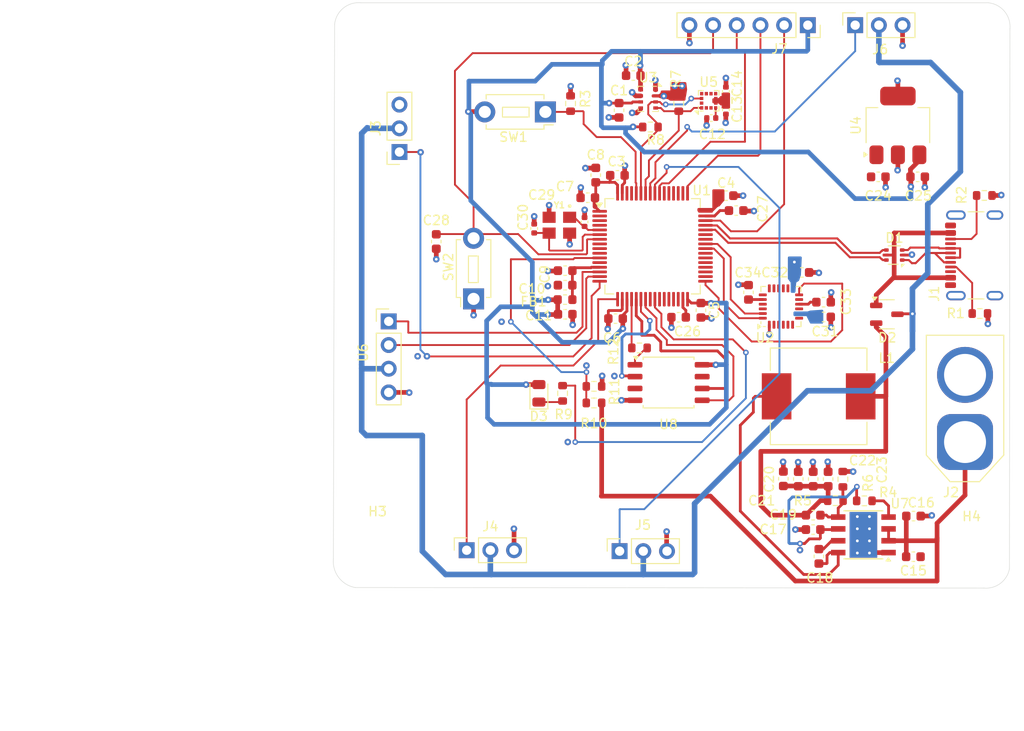
<source format=kicad_pcb>
(kicad_pcb (version 20240108) (generator "pcbnew") (generator_version "8.0")
  (layers (0 "F.Cu" signal) (1 "In1.Cu" power) (2 "In2.Cu" power) (31 "B.Cu" signal) (34 "B.Paste" user) (35 "F.Paste" user) (36 "B.SilkS" user "B.Silkscreen") (37 "F.SilkS" user "F.Silkscreen") (38 "B.Mask" user) (39 "F.Mask" user) (44 "Edge.Cuts" user))
  (net 0 "")
  (net 1 "+3.3V")
  (net 2 "Net-(U1-VDDA)")
  (net 3 "Net-(U5-C1)")
  (net 4 "+BATT")
  (net 5 "Net-(U7-VCC)")
  (net 6 "Net-(U7-SW)")
  (net 7 "Net-(U7-BOOT)")
  (net 8 "Net-(U8-~{CS})")
  (net 9 "Net-(U7-FB)")
  (net 10 "+5V_BATT")
  (net 11 "+5V")
  (net 12 "Net-(U1-VCAP_1)")
  (net 13 "Net-(U1-VCAP_2)")
  (net 14 "NRST")
  (net 15 "Net-(U1-PH0)")
  (net 16 "Net-(U1-PH1)")
  (net 17 "Net-(U2-REGOUT)")
  (net 18 "Net-(U2-CPOUT)")
  (net 19 "USB_C_D_N")
  (net 20 "USB_C_D_P")
  (net 21 "+5V_VBUS")
  (net 22 "Net-(D3-K)")
  (net 23 "Net-(J1-CC2)")
  (net 25 "Net-(J1-CC1)")
  (net 31 "ESC_1")
  (net 32 "ESC_2")
  (net 33 "ESC_3")
  (net 34 "ESC_4")
  (net 35 "SWO")
  (net 36 "SWDIO")
  (net 37 "SWCLK")
  (net 38 "BOOT0")
  (net 39 "GND")
  (net 40 "Net-(U7-PG)")
  (net 41 "SCL")
  (net 42 "SDA")
  (net 43 "Net-(U1-PC5)")
  (net 44 "BATT_SENSE")
  (net 45 "UART1_TX")
  (net 56 "MPU_SDA")
  (net 59 "MOSI")
  (net 60 "FLASH_CS")
  (net 64 "MISO")
  (net 65 "UART1_RX")
  (net 70 "IMU_INT")
  (net 73 "MPU_SCL")
  (net 79 "SCK")
  (footprint "Package_LGA:LGA-12_2x2mm_P0.5mm" (layer "F.Cu") (at 155.71 67.4075 90)
    (property "Reference" "U5")
    (property "Value" "LIS3MDL")
  )
  (footprint "Capacitor_SMD:C_0603_1608Metric" (layer "F.Cu") (at 159.98 87.945 -90)
    (property "Reference" "C34")
    (property "Value" "2.2nF")
  )
  (footprint "Capacitor_SMD:C_0603_1608Metric" (layer "F.Cu") (at 154.87975 89.8705 -90)
    (property "Reference" "C5")
    (property "Value" "100nF")
  )
  (footprint "Capacitor_SMD:C_0603_1608Metric" (layer "F.Cu") (at 168.03 89 180)
    (property "Reference" "C33")
    (property "Value" "100nF")
  )
  (footprint "Capacitor_SMD:C_0603_1608Metric" (layer "F.Cu") (at 140.319554 85.622298 180)
    (property "Reference" "C9")
    (property "Value" "10nF")
  )
  (footprint "Capacitor_SMD:C_0603_1608Metric" (layer "F.Cu") (at 166.911748 111.840892 180)
    (property "Reference" "C19")
    (property "Value" "39pF")
  )
  (footprint "Resistor_SMD:R_0603_1608Metric" (layer "F.Cu") (at 172.4 110.305 180)
    (property "Reference" "R4")
    (property "Value" "100k")
  )
  (footprint "Inductor_SMD:L_0603_1608Metric" (layer "F.Cu") (at 140.307 88.72925)
    (property "Reference" "FB1")
    (property "Value" "FerriteBead")
  )
  (footprint "Resistor_SMD:R_0603_1608Metric" (layer "F.Cu") (at 140.045 98.775 90)
    (property "Reference" "R9")
    (property "Value" "1K")
  )
  (footprint "Package_SO:Texas_HSOP-8-1EP_3.9x4.9mm_P1.27mm_ThermalVias" (layer "F.Cu") (at 172.3 113.95 180)
    (property "Reference" "U7")
    (property "Value" "LMR33640DDDA")
  )
  (footprint "Button_Switch_THT:SW_PUSH_1P1T_6x3.5mm_H4.3_APEM_MJTP1243" (layer "F.Cu") (at 130.5 88.65 90)
    (property "Reference" "SW2")
    (property "Value" "SW_Push")
  )
  (footprint "Capacitor_SMD:C_0402_1005Metric" (layer "F.Cu") (at 157.5575 66.415 90)
    (property "Reference" "C14")
    (property "Value" "1uF")
  )
  (footprint "Capacitor_SMD:C_0603_1608Metric" (layer "F.Cu") (at 178.119788 75.564912 180)
    (property "Reference" "C25")
    (property "Value" "4.7uF")
  )
  (footprint "Capacitor_SMD:C_0402_1005Metric" (layer "F.Cu") (at 142.4 80.4 -90)
    (property "Reference" "C29")
    (property "Value" "12pF" (hide yes))
  )
  (footprint "Capacitor_SMD:C_0603_1608Metric" (layer "F.Cu") (at 166.91 113.385 180)
    (property "Reference" "C17")
    (property "Value" "1uF")
  )
  (footprint "Capacitor_SMD:C_0603_1608Metric" (layer "F.Cu") (at 147.625 64.7 180)
    (property "Reference" "C2")
    (property "Value" "100nF")
  )
  (footprint "Capacitor_SMD:C_0603_1608Metric" (layer "F.Cu") (at 177.657962 116.296201)
    (property "Reference" "C15")
    (property "Value" "10uF")
  )
  (footprint "Package_QFP:LQFP-64_10x10mm_P0.5mm" (layer "F.Cu") (at 149.694 83.0085)
    (property "Reference" "U1")
    (property "Value" "STM32F405RGTx")
  )
  (footprint "Capacitor_SMD:C_0603_1608Metric" (layer "F.Cu") (at 152.485 90.62 180)
    (property "Reference" "C26")
    (property "Value" "2.2uF")
  )
  (footprint "Package_TO_SOT_SMD:SOT-666" (layer "F.Cu") (at 175.6125 83.95 180)
    (property "Reference" "D1")
    (property "Value" "USBLC6-2P6")
  )
  (footprint "Resistor_SMD:R_0603_1608Metric" (layer "F.Cu") (at 148.29 93.91)
    (property "Reference" "R12")
    (property "Value" "10k")
  )
  (footprint "Connector_PinSocket_2.54mm:PinSocket_1x03_P2.54mm_Vertical" (layer "F.Cu") (at 122.55 72.9 180)
    (property "Reference" "J3")
    (property "Value" "ESC_1")
  )
  (footprint "Resistor_SMD:R_0603_1608Metric" (layer "F.Cu") (at 169.3 110.285)
    (property "Reference" "R5")
    (property "Value" "100k")
  )
  (footprint "MountingHole:MountingHole_3.2mm_M3_ISO7380" (layer "F.Cu") (at 183.896 115.824)
    (property "Reference" "H4")
    (property "Value" "MountingHole")
  )
  (footprint "Package_SO:SOIC-8_5.23x5.23mm_P1.27mm" (layer "F.Cu") (at 151.41 97.62)
    (property "Reference" "U8")
    (property "Value" "W25Q128JVS")
  )
  (footprint "Connector_USB:USB_C_Receptacle_GCT_USB4105-xx-A_16P_TopMnt_Horizontal" (layer "F.Cu") (at 185.325 83.98 90)
    (property "Reference" "J1")
    (property "Value" "USB_C_Receptacle_USB2.0_16P")
  )
  (footprint "Capacitor_SMD:C_0402_1005Metric" (layer "F.Cu") (at 155.9875 69.255 180)
    (property "Reference" "C12")
    (property "Value" "100nF")
  )
  (footprint "Resistor_SMD:R_0603_1608Metric" (layer "F.Cu") (at 185.265 77.56)
    (property "Reference" "R2")
    (property "Value" "5.1K")
  )
  (footprint "Capacitor_SMD:C_0603_1608Metric" (layer "F.Cu") (at 146.1 68.425 -90)
    (property "Reference" "C1")
    (property "Value" "100nF")
  )
  (footprint "Package_LGA:Bosch_LGA-8_2x2.5mm_P0.65mm_ClockwisePinNumbering" (layer "F.Cu") (at 149.22 67.205 -90)
    (property "Reference" "U3")
    (property "Value" "BMP280")
  )
  (footprint "Capacitor_SMD:C_0603_1608Metric" (layer "F.Cu") (at 165.702887 85.816283)
    (property "Reference" "C32")
    (property "Value" "100nF")
  )
  (footprint "MountingHole:MountingHole_3.2mm_M3_ISO7380" (layer "F.Cu") (at 183.896 61.468)
    (property "Reference" "H2" (hide yes))
    (property "Value" "MountingHole")
  )
  (footprint "Capacitor_SMD:C_0603_1608Metric" (layer "F.Cu") (at 140.3145 87.17925 180)
    (property "Reference" "C10")
    (property "Value" "1uF")
  )
  (footprint "Capacitor_SMD:C_0603_1608Metric" (layer "F.Cu") (at 142.748 77.8 180)
    (property "Reference" "C7")
    (property "Value" "100nF")
  )
  (footprint "Capacitor_SMD:C_0603_1608Metric" (layer "F.Cu") (at 166.918318 107.965 -90)
    (property "Reference" "C22")
    (property "Value" "22uF")
  )
  (footprint "Connector_AMASS:AMASS_XT60-F_1x02_P7.20mm_Vertical" (layer "F.Cu") (at 183.2 104 90)
    (property "Reference" "J2")
    (property "Value" "XT60 (BATT)")
  )
  (footprint "MountingHole:MountingHole_3.2mm_M3_ISO7380" (layer "F.Cu") (at 119.5 61.5)
    (property "Reference" "H1" (hide yes))
    (property "Value" "MountingHole")
  )
  (footprint "Resistor_SMD:R_0603_1608Metric" (layer "F.Cu") (at 143.41 99.808 180)
    (property "Reference" "R10")
    (property "Value" "15K")
  )
  (footprint "Capacitor_SMD:C_0603_1608Metric" (layer "F.Cu") (at 145.725 90.76575 180)
    (property "Reference" "C6")
    (property "Value" "100nF")
  )
  (footprint "Capacitor_SMD:C_0603_1608Metric" (layer "F.Cu") (at 140.325 90.3)
    (property "Reference" "C11")
    (property "Value" "1uF")
  )
  (footprint "Capacitor_SMD:C_0603_1608Metric" (layer "F.Cu") (at 168.518318 107.965 -90)
    (property "Reference" "C23")
    (property "Value" "22uF")
  )
  (footprint "Capacitor_SMD:C_0603_1608Metric" (layer "F.Cu") (at 163.718318 107.94 -90)
    (property "Reference" "C20")
    (property "Value" "22uF")
  )
  (footprint "Package_TO_SOT_SMD:SOT-223-3_TabPin2" (layer "F.Cu") (at 176 70.05 90)
    (property "Reference" "U4")
    (property "Value" "AP7361C-33E")
  )
  (footprint "Resistor_SMD:R_0603_1608Metric" (layer "F.Cu") (at 149.46 70.22)
    (property "Reference" "R8")
    (property "Value" "2.2K")
  )
  (footprint "Capacitor_SMD:C_0603_1608Metric" (layer "F.Cu") (at 168.03 90.59 180)
    (property "Reference" "C31")
    (property "Value" "10nF")
  )
  (footprint "Connector_PinSocket_2.54mm:PinSocket_1x06_P2.54mm_Vertical" (layer "F.Cu") (at 166.34 59.3 -90)
    (property "Reference" "J7")
    (property "Value" "SWD")
  )
  (footprint "Connector_PinSocket_2.54mm:PinSocket_1x03_P2.54mm_Vertical" (layer "F.Cu") (at 129.76 115.602 90)
    (property "Reference" "J4")
    (property "Value" "ESC_2")
  )
  (footprint "Connector_PinSocket_2.54mm:PinSocket_1x03_P2.54mm_Vertical" (layer "F.Cu") (at 146.16 115.7 90)
    (property "Reference" "J5")
    (property "Value" "ESC_3")
  )
  (footprint "Inductor_SMD:L_Vishay_IHLP-4040" (layer "F.Cu") (at 167.5 99.1)
    (property "Reference" "L1")
    (property "Value" "6.8uH")
  )
  (footprint "Capacitor_SMD:C_0603_1608Metric" (layer "F.Cu") (at 126.5 82.5 90)
    (property "Reference" "C28")
    (property "Value" "100nF")
  )
  (footprint "Capacitor_SMD:C_0603_1608Metric" (layer "F.Cu") (at 143.6 75.375 90)
    (property "Reference" "C8")
    (property "Value" "10uF")
  )
  (footprint "Connector_PinHeader_2.54mm:PinHeader_1x04_P2.54mm_Vertical" (layer "F.Cu") (at 121.4 91.06)
    (property "Reference" "U6")
    (property "Value" "~")
  )
  (footprint "Custom Footprints:OSC_X322516MLB4SI" (layer "F.Cu") (at 139.7 80.75 -90)
    (property "Reference" "Y1")
    (property "Value" "16MHz Crystal")
  )
  (footprint "LED_SMD:LED_0805_2012Metric" (layer "F.Cu") (at 137.505 98.775 90)
    (property "Reference" "D3")
    (property "Value" "LED")
  )
  (footprint "Capacitor_SMD:C_0402_1005Metric" (layer "F.Cu") (at 137 81.1 -90)
    (property "Reference" "C30")
    (property "Value" "12pF" (hide yes))
  )
  (footprint "Resistor_SMD:R_0603_1608Metric" (layer "F.Cu") (at 184.79 90.22)
    (property "Reference" "R1")
    (property "Value" "5.1K")
  )
  (footprint "Resistor_SMD:R_0603_1608Metric" (layer "F.Cu") (at 170.1 107.985 90)
    (property "Reference" "R6")
    (property "Value" "24.9k")
  )
  (footprint "Capacitor_SMD:C_0603_1608Metric" (layer "F.Cu") (at 145.925 75.4)
    (property "Reference" "C3")
    (property "Value" "100nF")
  )
  (footprint "Button_Switch_THT:SW_PUSH_1P1T_6x3.5mm_H4.3_APEM_MJTP1243" (layer "F.Cu") (at 138.2 68.6 180)
    (property "Reference" "SW1")
    (property "Value" "SW_Push")
  )
  (footprint "Capacitor_SMD:C_0603_1608Metric" (layer "F.Cu") (at 167.52875 116.25625 -90)
    (property "Reference" "C18")
    (property "Value" "100nF")
  )
  (footprint "Capacitor_SMD:C_0603_1608Metric" (layer "F.Cu") (at 157.58 77.58)
    (property "Reference" "C4")
    (property "Value" "100nF")
  )
  (footprint "Capacitor_SMD:C_0603_1608Metric" (layer "F.Cu") (at 158.66 79.18)
    (property "Reference" "C27")
    (property "Value" "2.2uF")
  )
  (footprint "Resistor_SMD:R_0603_1608Metric" (layer "F.Cu") (at 152.5 67.7 -90)
    (property "Reference" "R7")
    (property "Value" "2.2K")
  )
  (footprint "Package_TO_SOT_SMD:SOT-23-3" (layer "F.Cu") (at 174.8125 90.3)
    (property "Reference" "D2")
    (property "Value" "BAT54C")
  )
  (footprint "Resistor_SMD:R_0603_1608Metric" (layer "F.Cu") (at 143.41 98.03)
    (property "Reference" "R11")
    (property "Value" "10K")
  )
  (footprint "Capacitor_SMD:C_0603_1608Metric" (layer "F.Cu") (at 173.896203 75.564912 180)
    (property "Reference" "C24")
    (property "Value" "4.7uF")
  )
  (footprint "Capacitor_SMD:C_0603_1608Metric" (layer "F.Cu") (at 165.318318 107.965 -90)
    (property "Reference" "C21")
    (property "Value" "22uF")
  )
  (footprint "Resistor_SMD:R_0603_1608Metric" (layer "F.Cu") (at 140.9 67.7 -90)
    (property "Reference" "R3")
    (property "Value" "10K")
  )
  (footprint "MountingHole:MountingHole_3.2mm_M3_ISO7380" (layer "F.Cu") (at 120.2 115.3)
    (property "Reference" "H3")
    (property "Value" "MountingHole")
  )
  (footprint "Capacitor_SMD:C_0603_1608Metric" (layer "F.Cu") (at 177.672897 111.938032)
    (property "Reference" "C16")
    (property "Value" "220nF")
  )
  (footprint "Sensor_Motion:InvenSense_QFN-24_4x4mm_P0.5mm" (layer "F.Cu") (at 163.46 89.47 90)
    (property "Reference" "U2")
    (property "Value" "MPU-6050")
  )
  (footprint "Connector_PinSocket_2.54mm:PinSocket_1x03_P2.54mm_Vertical" (layer "F.Cu") (at 171.42 59.3 90)
    (property "Reference" "J6")
    (property "Value" "ESC_4")
  )
  (footprint "Capacitor_SMD:C_0402_1005Metric" (layer "F.Cu") (at 157.5575 68.365 -90)
    (property "Reference" "C13")
    (property "Value" "100nF")
  )
  (gr_line (start 188.014416 59.701333) (end 187.962243 117.578168) (stroke (width 0.05)) (layer "Edge.Cuts"))
  (gr_line (start 118.4 56.9) (end 185.7 56.9) (stroke (width 0.05)) (layer "Edge.Cuts"))
  (gr_arc (start 187.962243 117.578168) (mid 187 119.15) (end 185.228288 119.657548) (stroke (width 0.05)) (layer "Edge.Cuts"))
  (gr_arc (start 115.598668 59.214416) (mid 116.521806 57.479216) (end 118.4 56.9) (stroke (width 0.05)) (layer "Edge.Cuts"))
  (gr_arc (start 185.7 56.900001) (mid 187.4352 57.823139) (end 188.014416 59.701333) (stroke (width 0.05)) (layer "Edge.Cuts"))
  (gr_line (start 185.228288 119.657548) (end 117.798889 119.599983) (stroke (width 0.05)) (layer "Edge.Cuts"))
  (gr_arc (start 117.798889 119.599983) (mid 116.036823 118.523093) (end 115.46758 116.538001) (stroke (width 0.05)) (layer "Edge.Cuts"))
  (gr_line (start 115.46758 116.538001) (end 115.598668 59.214416) (stroke (width 0.05)) (layer "Edge.Cuts"))
  (segment (start 131.6655 68.5655) (end 131.7 68.6) (width 0.5) (layer "F.Cu") (net 1))
  (segment (start 148.42 67.53) (end 147.57 67.53) (width 0.3) (layer "F.Cu") (net 1))
  (segment (start 139.5195 90.2695) (end 139.55 90.3) (width 0.5) (layer "F.Cu") (net 1))
  (segment (start 145.15 76.05) (end 145.05 76.15) (width 0.3) (layer "F.Cu") (net 1))
  (segment (start 146.944 89.956) (end 146.45 90.45) (width 0.3) (layer "F.Cu") (net 1))
  (segment (start 145.15 75.4) (end 145.15 76.05) (width 0.3) (layer "F.Cu") (net 1))
  (segment (start 148.615 70.2) (end 148.635 70.22) (width 0.3) (layer "F.Cu") (net 1))
  (segment (start 177.3865 76.614) (end 177.3865 75.606624) (width 0.5) (layer "F.Cu") (net 1))
  (segment (start 146.5 90.76575) (end 146.5 91.83425) (width 0.5) (layer "F.Cu") (net 1))
  (segment (start 178.3 73.2) (end 178.3 73.8) (width 0.5) (layer "F.Cu") (net 1))
  (segment (start 178.3 73.8) (end 177.344788 74.755212) (width 0.5) (layer "F.Cu") (net 1))
  (segment (start 137.502403 97.840097) (end 137.505 97.8375) (width 0.5) (layer "F.Cu") (net 1))
  (segment (start 153.856 89.0955) (end 153.444 88.6835) (width 0.3) (layer "F.Cu") (net 1))
  (segment (start 129.936 68.5655) (end 131.6655 68.5655) (width 0.5) (layer "F.Cu") (net 1))
  (segment (start 139.52075 90.32925) (end 139.55 90.3) (width 0.5) (layer "F.Cu") (net 1))
  (segment (start 154.90425 89.12) (end 154.87975 89.0955) (width 0.5) (layer "F.Cu") (net 1))
  (segment (start 146.089763 67.660237) (end 146.1 67.65) (width 0.5) (layer "F.Cu") (net 1))
  (segment (start 148.4 64.7) (end 148.4 66.18) (width 0.5) (layer "F.Cu") (net 1))
  (segment (start 145.05 76.15) (end 143.6 76.15) (width 0.3) (layer "F.Cu") (net 1))
  (segment (start 139.504983 88.743767) (end 139.5195 88.72925) (width 0.5) (layer "F.Cu") (net 1))
  (segment (start 177.344788 74.755212) (end 177.344788 75.564912) (width 0.5) (layer "F.Cu") (net 1))
  (segment (start 146.45 91.69425) (end 146.459 91.70325) (width 0.5) (layer "F.Cu") (net 1))
  (segment (start 147.57 67.53) (end 147.45 67.65) (width 0.3) (layer "F.Cu") (net 1))
  (segment (start 177.3865 75.606624) (end 177.344788 75.564912) (width 0.5) (layer "F.Cu") (net 1))
  (segment (start 144.019 79.2585) (end 143.523 78.7625) (width 0.3) (layer "F.Cu") (net 1))
  (segment (start 164.927887 86.662113) (end 164.927887 85.816283) (width 0.3) (layer "F.Cu") (net 1))
  (segment (start 154.87975 89.0955) (end 153.856 89.0955) (width 0.3) (layer "F.Cu") (net 1))
  (segment (start 146.45 90.45) (end 146.45 90.62575) (width 0.3) (layer "F.Cu") (net 1))
  (segment (start 155.01 95.715) (end 156.465 95.715) (width 0.5) (layer "F.Cu") (net 1))
  (segment (start 155.055 95.67) (end 155.01 95.715) (width 0.5) (layer "F.Cu") (net 1))
  (segment (start 164.71 87.52) (end 164.71 86.88) (width 0.3) (layer "F.Cu") (net 1))
  (segment (start 143.6 76.15) (end 143.6 77.723) (width 0.3) (layer "F.Cu") (net 1))
  (segment (start 145.65 76.15) (end 145.05 76.15) (width 0.3) (layer "F.Cu") (net 1))
  (segment (start 164.71 86.88) (end 164.927887 86.662113) (width 0.3) (layer "F.Cu") (net 1))
  (segment (start 143.6 77.723) (end 143.523 77.8) (width 0.3) (layer "F.Cu") (net 1))
  (segment (start 145.944 76.444) (end 145.65 76.15) (width 0.3) (layer "F.Cu") (net 1))
  (segment (start 148.361763 63.63) (end 148.361763 64.661763) (width 0.5) (layer "F.Cu") (net 1))
  (segment (start 139.5195 88.72925) (end 139.5195 90.2695) (width 0.5) (layer "F.Cu") (net 1))
  (segment (start 138.497 88.743767) (end 139.504983 88.743767) (width 0.5) (layer "F.Cu") (net 1))
  (segment (start 143.523 78.7625) (end 143.523 77.8) (width 0.5) (layer "F.Cu") (net 1))
  (segment (start 148.4 66.18) (end 148.42 66.18) (width 0.5) (layer "F.Cu") (net 1))
  (segment (start 146.944 88.6835) (end 146.944 89.956) (width 0.3) (layer "F.Cu") (net 1))
  (segment (start 155.95575 89.12) (end 154.90425 89.12) (width 0.5) (layer "F.Cu") (net 1))
  (segment (start 147.45 67.65) (end 146.1 67.65) (width 0.3) (layer "F.Cu") (net 1))
  (segment (start 147.6 70.2) (end 148.615 70.2) (width 0.3) (layer "F.Cu") (net 1))
  (segment (start 145.03 67.660237) (end 146.089763 67.660237) (width 0.3) (layer "F.Cu") (net 1))
  (segment (start 138.46025 90.32925) (end 139.52075 90.32925) (width 0.5) (layer "F.Cu") (net 1))
  (segment (start 145.944 77.3335) (end 145.944 76.444) (width 0.3) (layer "F.Cu") (net 1))
  (segment (start 136.120048 97.840097) (end 137.502403 97.840097) (width 0.5) (layer "F.Cu") (net 1))
  (segment (start 156.465 95.715) (end 156.47 95.72) (width 0.5) (layer "F.Cu") (net 1))
  (segment (start 148.361763 64.661763) (end 148.4 64.7) (width 0.5) (layer "F.Cu") (net 1))
  (via (at 147.6 70.2) (size 0.7) (drill 0.3) (layers "F.Cu" "B.Cu") (net 1))
  (via (at 177.3865 76.614) (size 0.7) (drill 0.3) (layers "F.Cu" "B.Cu") (net 1))
  (via (at 146.509 91.84325) (size 0.7) (drill 0.3) (layers "F.Cu" "B.Cu") (net 1))
  (via (at 129.936 68.5655) (size 0.7) (drill 0.3) (layers "F.Cu" "B.Cu") (net 1))
  (via (at 148.361763 63.63) (size 0.7) (drill 0.3) (layers "F.Cu" "B.Cu") (net 1))
  (via (at 155.95575 89.12) (size 0.7) (drill 0.3) (layers "F.Cu" "B.Cu") (net 1))
  (via (at 150.9 66.9) (size 0.7) (drill 0.3) (layers "F.Cu" "B.Cu") (net 1))
  (via (at 164.9 84.7) (size 0.6) (drill 0.3) (layers "F.Cu" "B.Cu") (net 1))
  (via (at 138.497 88.743767) (size 0.7) (drill 0.3) (layers "F.Cu" "B.Cu") (net 1))
  (via (at 138.46025 90.32925) (size 0.7) (drill 0.3) (layers "F.Cu" "B.Cu") (net 1))
  (via (at 152.069553 65.821343) (size 0.7) (drill 0.3) (layers "F.Cu" "B.Cu") (net 1))
  (via (at 145.03 67.660237) (size 0.7) (drill 0.3) (layers "F.Cu" "B.Cu") (net 1))
  (via (at 136.120048 97.840097) (size 0.7) (drill 0.3) (layers "F.Cu" "B.Cu") (net 1))
  (via (at 152.869553 65.821343) (size 0.7) (drill 0.3) (layers "F.Cu" "B.Cu") (net 1))
  (via (at 156.47 95.72) (size 0.7) (drill 0.3) (layers "F.Cu" "B.Cu") (net 1))
  (segment (start 136.8 88.8) (end 138.440767 88.8) (width 0.5) (layer "B.Cu") (net 1))
  (segment (start 144.3 63.5) (end 144.3 63.1) (width 0.5) (layer "B.Cu") (net 1))
  (segment (start 146.45675 91.84325) (end 146.509 91.84325) (width 0.5) (layer "B.Cu") (net 1))
  (segment (start 148.4 63.591763) (end 148.361763 63.63) (width 0.5) (layer "B.Cu") (net 1))
  (segment (start 137.02925 90.32925) (end 138.46025 90.32925) (width 0.5) (layer "B.Cu") (net 1))
  (segment (start 171.4 77.9) (end 177.4 77.9) (width 0.5) (layer "B.Cu") (net 1))
  (segment (start 129.936 68.5655) (end 130 68.5015) (width 0.5) (layer "B.Cu") (net 1))
  (segment (start 140 93.3) (end 145 93.3) (width 0.5) (layer "B.Cu") (net 1))
  (segment (start 146.8 70.9) (end 148.8 72.9) (width 0.5) (layer "B.Cu") (net 1))
  (segment (start 144.2 63.6) (end 144.2 67.660237) (width 0.5) (layer "B.Cu") (net 1))
  (segment (start 156.49 95.7) (end 156.47 95.72) (width 0.5) (layer "B.Cu") (net 1))
  (segment (start 155.8 102.1) (end 157.6 100.3) (width 0.5) (layer "B.Cu") (net 1))
  (segment (start 129.936 68.5655) (end 130.2 68.8295) (width 0.5) (layer "B.Cu") (net 1))
  (segment (start 138.440767 88.8) (end 138.497 88.743767) (width 0.5) (layer "B.Cu") (net 1))
  (segment (start 144.3 63.1) (end 145.3 62.1) (width 0.5) (layer "B.Cu") (net 1))
  (segment (start 157.6 95.7) (end 157.6 89.1) (width 0.5) (layer "B.Cu") (net 1))
  (segment (start 132 101.4) (end 132.7 102.1) (width 0.5) (layer "B.Cu") (net 1))
  (segment (start 148.4 62.1) (end 148.4 63.591763) (width 0.5) (layer "B.Cu") (net 1))
  (segment (start 136.8 84.7) (end 136.8 88.8) (width 0.5) (layer "B.Cu") (net 1))
  (segment (start 147.5 70.3) (end 147.6 70.2) (width 0.5) (layer "B.Cu") (net 1))
  (segment (start 132.7 102.1) (end 155.8 102.1) (width 0.5) (layer "B.Cu") (net 1))
  (segment (start 144.4 70.3) (end 146.8 70.3) (width 0.5) (layer "B.Cu") (net 1))
  (segment (start 132 97.8) (end 132 101.4) (width 0.5) (layer "B.Cu") (net 1))
  (segment (start 166.4 72.9) (end 171.4 77.9) (width 0.5) (layer "B.Cu") (net 1))
  (segment (start 177.4 76.6275) (end 177.3865 76.614) (width 0.5) (layer "B.Cu") (net 1))
  (segment (start 157.6 89.1) (end 155.97575 89.1) (width 0.5) (layer "B.Cu") (net 1))
  (segment (start 136.8 89.5) (end 136.8 90.1) (width 0.5) (layer "B.Cu") (net 1))
  (segment (start 137.02925 90.32925) (end 140 93.3) (width 0.5) (layer "B.Cu") (net 1))
  (segment (start 144.2 67.660237) (end 145.03 67.660237) (width 0.5) (layer "B.Cu") (net 1))
  (segment (start 144.2 70.1) (end 144.4 70.3) (width 0.5) (layer "B.Cu") (net 1))
  (segment (start 137.1 65.3) (end 138.9 63.5) (width 0.5) (layer "B.Cu") (net 1))
  (segment (start 130.2 78.1) (end 136.8 84.7) (width 0.5) (layer "B.Cu") (net 1))
  (segment (start 146.8 70.3) (end 146.8 70.9) (width 0.5) (layer "B.Cu") (net 1))
  (segment (start 130 68.5015) (end 130 65.3) (width 0.5) (layer "B.Cu") (net 1))
  (segment (start 138.9 63.5) (end 144.3 63.5) (width 0.5) (layer "B.Cu") (net 1))
  (segment (start 157.6 100.3) (end 157.6 95.7) (width 0.5) (layer "B.Cu") (net 1))
  (segment (start 144.3 63.5) (end 144.2 63.6) (width 0.5) (layer "B.Cu") (net 1))
  (segment (start 136.8 89.5) (end 133.4 89.5) (width 0.5) (layer "B.Cu") (net 1))
  (segment (start 146.8 70.3) (end 147.5 70.3) (width 0.5) (layer "B.Cu") (net 1))
  (segment (start 130.2 68.8295) (end 130.2 78.1) (width 0.5) (layer "B.Cu") (net 1))
  (segment (start 145 93.3) (end 146.45675 91.84325) (width 0.5) (layer "B.Cu") (net 1))
  (segment (start 148.4 62.1) (end 166.2 62.1) (width 0.5) (layer "B.Cu") (net 1))
  (segment (start 148.8 72.9) (end 166.4 72.9) (width 0.5) (layer "B.Cu") (net 1))
  (segment (start 131.9 97.7) (end 132 97.8) (width 0.5) (layer "B.Cu") (net 1))
  (segment (start 133.4 89.5) (end 131.9 91) (width 0.5) (layer "B.Cu") (net 1))
  (segment (start 132.440097 97.840097) (end 136.120048 97.840097) (width 0.5) (layer "B.Cu") (net 1))
  (segment (start 145.3 62.1) (end 148.4 62.1) (width 0.5) (layer "B.Cu") (net 1))
  (segment (start 136.8 88.8) (end 136.8 89.5) (width 0.5) (layer "B.Cu") (net 1))
  (segment (start 177.4 77.9) (end 177.4 76.6275) (width 0.5) (layer "B.Cu") (net 1))
  (segment (start 131.9 91) (end 131.9 97.7) (width 0.5) (layer "B.Cu") (net 1))
  (segment (start 144.2 63.6) (end 144.2 70.1) (width 0.5) (layer "B.Cu") (net 1))
  (segment (start 136.8 90.1) (end 137.02925 90.32925) (width 0.5) (layer "B.Cu") (net 1))
  (segment (start 132.4 97.8) (end 132.440097 97.840097) (width 0.5) (layer "B.Cu") (net 1))
  (segment (start 157.6 95.7) (end 156.49 95.7) (width 0.5) (layer "B.Cu") (net 1))
  (segment (start 155.97575 89.1) (end 155.95575 89.12) (width 0.5) (layer "B.Cu") (net 1))
  (segment (start 130 65.3) (end 137.1 65.3) (width 0.5) (layer "B.Cu") (net 1))
  (segment (start 166.2 62.1) (end 166.34 61.96) (width 0.5) (layer "B.Cu") (net 1))
  (segment (start 132 97.8) (end 132.4 97.8) (width 0.5) (layer "B.Cu") (net 1))
  (segment (start 166.34 61.96) (end 166.34 59.3) (width 0.5) (layer "B.Cu") (net 1))
  (segment (start 141.094554 85.622298) (end 141.094554 85.498548) (width 0.3) (layer "F.Cu") (net 2))
  (segment (start 141.0945 87.18425) (end 141.0895 87.17925) (width 0.3) (layer "F.Cu") (net 2))
  (segment (start 141.094554 85.498548) (end 141.293102 85.3) (width 0.3) (layer "F.Cu") (net 2))
  (segment (start 143.09088 85.3085) (end 141.408352 85.3085) (width 0.3) (layer "F.Cu") (net 2))
  (segment (start 143.14088 85.2585) (end 143.09088 85.3085) (width 0.3) (layer "F.Cu") (net 2))
  (segment (start 141.408352 85.3085) (end 141.094554 85.622298) (width 0.3) (layer "F.Cu") (net 2))
  (segment (start 141.094554 85.622298) (end 141.094554 87.174196) (width 0.3) (layer "F.Cu") (net 2))
  (segment (start 141.257602 85.45925) (end 141.094554 85.622298) (width 0.3) (layer "F.Cu") (net 2))
  (segment (start 141.094554 87.174196) (end 141.0895 87.17925) (width 0.3) (layer "F.Cu") (net 2))
  (segment (start 141.0945 88.72925) (end 141.0945 87.18425) (width 0.3) (layer "F.Cu") (net 2))
  (segment (start 144.019 85.2585) (end 143.14088 85.2585) (width 0.3) (layer "F.Cu") (net 2))
  (segment (start 156.46 68.17) (end 156.46 69.2475) (width 0.2) (layer "F.Cu") (net 3))
  (segment (start 156.46 69.2475) (end 156.4675 69.255) (width 0.2) (layer "F.Cu") (net 3))
  (segment (start 180.185 114.585) (end 177 114.585) (width 0.5) (layer "F.Cu") (net 4))
  (segment (start 144.235 99.808) (end 144.235 109.765) (width 0.5) (layer "F.Cu") (net 4))
  (segment (start 176.9 116.175) (end 176.9 114.485) (width 0.5) (layer "F.Cu") (net 4))
  (segment (start 155.9 109.8) (end 165 118.9) (width 0.5) (layer "F.Cu") (net 4))
  (segment (start 180.2 112.7) (end 180.2 114.3) (width 0.5) (layer "F.Cu") (net 4))
  (segment (start 183.2 104) (end 183.2 109.7) (width 0.5) (layer "F.Cu") (net 4))
  (segment (start 180.2 118.9) (end 180.2 114.3) (width 0.5) (layer "F.Cu") (net 4))
  (segment (start 177.025 114.61) (end 177 114.585) (width 0.5) (layer "F.Cu") (net 4))
  (segment (start 180.2 114.3) (end 180.2 114.6) (width 0.5) (layer "F.Cu") (net 4))
  (segment (start 180.2 114.6) (end 180.185 114.585) (width 0.5) (layer "F.Cu") (net 4))
  (segment (start 183.2 109.7) (end 180.2 112.7) (width 0.5) (layer "F.Cu") (net 4))
  (segment (start 176.897897 114.482897) (end 177.025 114.61) (width 0.5) (layer "F.Cu") (net 4))
  (segment (start 182.025 102.825) (end 183.2 104) (width 0.5) (layer "F.Cu") (net 4))
  (segment (start 176.897897 111.938032) (end 176.897897 114.482897) (width 0.5) (layer "F.Cu") (net 4))
  (segment (start 144.235 109.765) (end 144.2 109.8) (width 0.5) (layer "F.Cu") (net 4))
  (segment (start 175 113.315) (end 175 114.585) (width 0.3) (layer "F.Cu") (net 4))
  (segment (start 165 118.9) (end 180.2 118.9) (width 0.5) (layer "F.Cu") (net 4))
  (segment (start 144.2 109.8) (end 155.9 109.8) (width 0.5) (layer "F.Cu") (net 4))
  (segment (start 176.9 114.485) (end 176.897897 114.482897) (width 0.5) (layer "F.Cu") (net 4))
  (segment (start 177 114.585) (end 175 114.585) (width 0.5) (layer "F.Cu") (net 4))
  (segment (start 169.585 113.33) (end 169.6 113.315) (width 0.3) (layer "F.Cu") (net 5))
  (segment (start 169.59 113.305) (end 169.6 113.315) (width 0.3) (layer "F.Cu") (net 5))
  (segment (start 167.685 113.385) (end 169.53 113.385) (width 0.3) (layer "F.Cu") (net 5))
  (segment (start 171.575 110.305) (end 171.575 108.81) (width 0.3) (layer "F.Cu") (net 5))
  (segment (start 166 114.885) (end 166.5 114.385) (width 0.3) (layer "F.Cu") (net 5))
  (segment (start 167.685 114.3) (end 167.685 113.385) (width 0.3) (layer "F.Cu") (net 5))
  (segment (start 166.5 114.385) (end 167.6 114.385) (width 0.3) (layer "F.Cu") (net 5))
  (segment (start 165.5 114.885) (end 166 114.885) (width 0.3) (layer "F.Cu") (net 5))
  (segment (start 167.6 114.385) (end 167.685 114.3) (width 0.3) (layer "F.Cu") (net 5))
  (segment (start 171.575 108.81) (end 171.6 108.785) (width 0.3) (layer "F.Cu") (net 5))
  (segment (start 169.53 113.385) (end 169.6 113.315) (width 0.3) (layer "F.Cu") (net 5))
  (via (at 171.6 108.785) (size 0.6) (drill 0.3) (layers "F.Cu" "B.Cu") (net 5))
  (via (at 165.5 114.885) (size 0.6) (drill 0.3) (layers "F.Cu" "B.Cu") (net 5))
  (segment (start 164.31 114.795) (end 164.4 114.885) (width 0.3) (layer "B.Cu") (net 5))
  (segment (start 171.6 108.785) (end 170.5 109.885) (width 0.3) (layer "B.Cu") (net 5))
  (segment (start 170.5 109.885) (end 164.7 109.885) (width 0.3) (layer "B.Cu") (net 5))
  (segment (start 164.31 110.275) (end 164.31 114.795) (width 0.3) (layer "B.Cu") (net 5))
  (segment (start 164.4 114.885) (end 165.5 114.885) (width 0.3) (layer "B.Cu") (net 5))
  (segment (start 164.7 109.885) (end 164.31 110.275) (width 0.3) (layer "B.Cu") (net 5))
  (segment (start 168.7 115.855) (end 169.6 115.855) (width 0.3) (layer "F.Cu") (net 6))
  (segment (start 169.6 117.2) (end 168.6 118.2) (width 0.3) (layer "F.Cu") (net 6))
  (segment (start 165.9 118.2) (end 159.1 111.4) (width 0.3) (layer "F.Cu") (net 6))
  (segment (start 159.1 102.2) (end 160.5 100.8) (width 0.3) (layer "F.Cu") (net 6))
  (segment (start 168.35375 117.03125) (end 167.52875 117.03125) (width 0.3) (layer "F.Cu") (net 6))
  (segment (start 160.5 99.3) (end 160.7 99.1) (width 0.3) (layer "F.Cu") (net 6))
  (segment (start 160.5 100.8) (end 160.5 99.3) (width 0.3) (layer "F.Cu") (net 6))
  (segment (start 168.4 116.155) (end 168.7 115.855) (width 0.3) (layer "F.Cu") (net 6))
  (segment (start 160.7 99.1) (end 162.9925 99.1) (width 0.3) (layer "F.Cu") (net 6))
  (segment (start 169.6 115.855) (end 169.6 117.2) (width 0.3) (layer "F.Cu") (net 6))
  (segment (start 168.6 118.2) (end 165.9 118.2) (width 0.3) (layer "F.Cu") (net 6))
  (segment (start 168.4 116.985) (end 168.4 116.155) (width 0.3) (layer "F.Cu") (net 6))
  (segment (start 159.1 111.4) (end 159.1 102.2) (width 0.3) (layer "F.Cu") (net 6))
  (segment (start 168.4 116.985) (end 168.35375 117.03125) (width 0.3) (layer "F.Cu") (net 6))
  (segment (start 167.52875 115.48125) (end 168.00375 115.48125) (width 0.3) (layer "F.Cu") (net 7))
  (segment (start 169.572 114.557) (end 169.6 114.585) (width 0.3) (layer "F.Cu") (net 7))
  (segment (start 168.9 114.585) (end 169.6 114.585) (width 0.3) (layer "F.Cu") (net 7))
  (segment (start 168.00375 115.48125) (end 168.9 114.585) (width 0.3) (layer "F.Cu") (net 7))
  (segment (start 149.01 93.91) (end 147.81 95.11) (width 0.2) (layer "F.Cu") (net 8))
  (segment (start 147.81 95.11) (end 147.81 95.715) (width 0.2) (layer "F.Cu") (net 8))
  (segment (start 149.115 93.91) (end 149.01 93.91) (width 0.2) (layer "F.Cu") (net 8))
  (segment (start 170.05 108.76) (end 170.1 108.81) (width 0.3) (layer "F.Cu") (net 9))
  (segment (start 168.54 112.045) (end 169.6 112.045) (width 0.3) (layer "F.Cu") (net 9))
  (segment (start 170.1 108.81) (end 170.1 110.26) (width 0.3) (layer "F.Cu") (net 9))
  (segment (start 170.1 110.26) (end 170.125 110.285) (width 0.3) (layer "F.Cu") (net 9))
  (segment (start 169.6 111.085) (end 169.6 112.045) (width 0.3) (layer "F.Cu") (net 9))
  (segment (start 167.686748 111.840892) (end 168.335892 111.840892) (width 0.3) (layer "F.Cu") (net 9))
  (segment (start 170.125 110.56) (end 169.6 111.085) (width 0.3) (layer "F.Cu") (net 9))
  (segment (start 168.335892 111.840892) (end 168.54 112.045) (width 0.3) (layer "F.Cu") (net 9))
  (segment (start 170.125 110.285) (end 170.125 110.56) (width 0.3) (layer "F.Cu") (net 9))
  (segment (start 172.0075 99.1) (end 174.7 99.1) (width 0.5) (layer "F.Cu") (net 10))
  (segment (start 174.7 99.1) (end 174.7 105) (width 0.5) (layer "F.Cu") (net 10))
  (segment (start 168.518318 108.74) (end 168.518318 110.241682) (width 0.5) (layer "F.Cu") (net 10))
  (segment (start 174.715 92.715) (end 174.715 99.085) (width 0.5) (layer "F.Cu") (net 10))
  (segment (start 168.518318 110.241682) (end 168.475 110.285) (width 0.3) (layer "F.Cu") (net 10))
  (segment (start 173.675 91.675) (end 174.715 92.715) (width 0.5) (layer "F.Cu") (net 10))
  (segment (start 162.340892 111.840892) (end 166.136748 111.840892) (width 0.5) (layer "F.Cu") (net 10))
  (segment (start 166.136748 111.840892) (end 167.69264 110.285) (width 0.5) (layer "F.Cu") (net 10))
  (segment (start 163.718318 108.715) (end 165.293318 108.715) (width 0.5) (layer "F.Cu") (net 10))
  (segment (start 161.3 110.8) (end 162.340892 111.840892) (width 0.5) (layer "F.Cu") (net 10))
  (segment (start 163.743318 108.74) (end 163.718318 108.715) (width 0.3) (layer "F.Cu") (net 10))
  (segment (start 167.69264 110.285) (end 168.475 110.285) (width 0.5) (layer "F.Cu") (net 10))
  (segment (start 174.7 105) (end 161.3 105) (width 0.5) (layer "F.Cu") (net 10))
  (segment (start 161.3 105) (end 161.3 110.8) (width 0.5) (layer "F.Cu") (net 10))
  (segment (start 165.318318 108.74) (end 166.918318 108.74) (width 0.5) (layer "F.Cu") (net 10))
  (segment (start 166.875 108.783318) (end 166.918318 108.74) (width 0.3) (layer "F.Cu") (net 10))
  (segment (start 168.518318 108.74) (end 166.918318 108.74) (width 0.5) (layer "F.Cu") (net 10))
  (segment (start 165.293318 108.715) (end 165.318318 108.74) (width 0.3) (layer "F.Cu") (net 10))
  (segment (start 166.698318 108.96) (end 166.918318 108.74) (width 0.3) (layer "F.Cu") (net 10))
  (segment (start 173.675 91.25) (end 173.675 91.675) (width 0.5) (layer "F.Cu") (net 10))
  (segment (start 177.56 90.25) (end 176 90.25) (width 0.3) (layer "F.Cu") (net 11))
  (via (at 177.56 90.25) (size 0.7) (drill 0.3) (layers "F.Cu" "B.Cu") (net 11))
  (segment (start 179.2 85.9) (end 179.2 78.5) (width 0.6) (layer "B.Cu") (net 11))
  (segment (start 179.5 63.3) (end 174.02 63.3) (width 0.6) (layer "B.Cu") (net 11))
  (segment (start 119.1 70.3) (end 119.16 70.36) (width 0.6) (layer "B.Cu") (net 11))
  (segment (start 177.56 87.54) (end 179.2 85.9) (width 0.6) (layer "B.Cu") (net 11))
  (segment (start 182.7 66.5) (end 179.5 63.3) (width 0.6) (layer "B.Cu") (net 11))
  (segment (start 118.5 95.7) (end 118.5 70.9) (width 0.6) (layer "B.Cu") (net 11))
  (segment (start 182.7 75) (end 182.7 66.5) (width 0.6) (layer "B.Cu") (net 11))
  (segment (start 132.3 118.1) (end 132.3 115.602) (width 0.6) (layer "B.Cu") (net 11))
  (segment (start 118.5 70.9) (end 119.1 70.3) (width 0.6) (layer "B.Cu") (net 11))
  (segment (start 173.96 63.24) (end 173.96 59.3) (width 0.6) (layer "B.Cu") (net 11))
  (segment (start 118.5 96.1) (end 118.54 96.14) (width 0.6) (layer "B.Cu") (net 11))
  (segment (start 118.54 96.14) (end 121.4 96.14) (width 0.6) (layer "B.Cu") (net 11))
  (segment (start 132.4 118.2) (end 127.5 118.2) (width 0.6) (layer "B.Cu") (net 11))
  (segment (start 177.56 92.1) (end 177.56 94.04) (width 0.6) (layer "B.Cu") (net 11))
  (segment (start 127.5 118.2) (end 125 115.7) (width 0.6) (layer "B.Cu") (net 11))
  (segment (start 166.3 98.5) (end 154.2 110.6) (width 0.6) (layer "B.Cu") (net 11))
  (segment (start 125 103.3) (end 119 103.3) (width 0.6) (layer "B.Cu") (net 11))
  (segment (start 119.16 70.36) (end 122.55 70.36) (width 0.6) (layer "B.Cu") (net 11))
  (segment (start 118.5 102.8) (end 118.5 95.7) (width 0.6) (layer "B.Cu") (net 11))
  (segment (start 173.1 98.5) (end 166.3 98.5) (width 0.6) (layer "B.Cu") (net 11))
  (segment (start 119 103.3) (end 118.5 102.8) (width 0.6) (layer "B.Cu") (net 11))
  (segment (start 148.7 118.2) (end 132.4 118.2) (width 0.6) (layer "B.Cu") (net 11))
  (segment (start 179.2 78.5) (end 182.7 75) (width 0.6) (layer "B.Cu") (net 11))
  (segment (start 154 118.2) (end 148.7 118.2) (width 0.6) (layer "B.Cu") (net 11))
  (segment (start 174.02 63.3) (end 173.96 63.24) (width 0.6) (layer "B.Cu") (net 11))
  (segment (start 154.2 118) (end 154 118.2) (width 0.6) (layer "B.Cu") (net 11))
  (segment (start 177.56 94.04) (end 173.1 98.5) (width 0.6) (layer "B.Cu") (net 11))
  (segment (start 132.4 118.2) (end 132.3 118.1) (width 0.6) (layer "B.Cu") (net 11))
  (segment (start 177.56 90.25) (end 177.56 92.1) (width 0.6) (layer "B.Cu") (net 11))
  (segment (start 125 115.7) (end 125 103.3) (width 0.6) (layer "B.Cu") (net 11))
  (segment (start 148.7 118.2) (end 148.7 115.7) (width 0.6) (layer "B.Cu") (net 11))
  (segment (start 154.2 110.6) (end 154.2 118) (width 0.6) (layer "B.Cu") (net 11))
  (segment (start 177.56 92.1) (end 177.56 87.54) (width 0.6) (layer "B.Cu") (net 11))
  (segment (start 152.944 89.56162) (end 153.26 89.87762) (width 0.3) (layer "F.Cu") (net 12))
  (segment (start 152.944 88.6835) (end 152.944 89.56162) (width 0.3) (layer "F.Cu") (net 12))
  (segment (start 153.26 89.87762) (end 153.26 90.62) (width 0.3) (layer "F.Cu") (net 12))
  (segment (start 155.369 79.7585) (end 156.3415 79.7585) (width 0.3) (layer "F.Cu") (net 13))
  (segment (start 156.92 79.18) (end 157.885 79.18) (width 0.3) (layer "F.Cu") (net 13))
  (segment (start 156.3415 79.7585) (end 156.92 79.18) (width 0.3) (layer "F.Cu") (net 13))
  (segment (start 130.5 82.15) (end 130.05 81.7) (width 0.2) (layer "F.Cu") (net 14))
  (segment (start 126.525 81.7) (end 126.5 81.725) (width 0.2) (layer "F.Cu") (net 14))
  (segment (start 130.5 78.4) (end 130.5 82.15) (width 0.2) (layer "F.Cu") (net 14))
  (segment (start 128.5 64.2) (end 128.5 76.4) (width 0.2) (layer "F.Cu") (net 14))
  (segment (start 142.67 83.77) (end 142.57 83.87) (width 0.2) (layer "F.Cu") (net 14))
  (segment (start 128.7 64) (end 128.5 64.2) (width 0.2) (layer "F.Cu") (net 14))
  (segment (start 135.28 81.7) (end 130.95 81.7) (width 0.2) (layer "F.Cu") (net 14))
  (segment (start 142.7215 82.2585) (end 142.67 82.31) (width 0.2) (layer "F.Cu") (net 14))
  (segment (start 137.45 83.87) (end 135.28 81.7) (width 0.2) (layer "F.Cu") (net 14))
  (segment (start 128.5 76.4) (end 130.5 78.4) (width 0.2) (layer "F.Cu") (net 14))
  (segment (start 156.18 62.02) (end 155.9 62.3) (width 0.2) (layer "F.Cu") (net 14))
  (segment (start 130.05 81.7) (end 126.525 81.7) (width 0.2) (layer "F.Cu") (net 14))
  (segment (start 156.18 59.3) (end 156.18 62.02) (width 0.2) (layer "F.Cu") (net 14))
  (segment (start 142.57 83.87) (end 137.45 83.87) (width 0.2) (layer "F.Cu") (net 14))
  (segment (start 144.019 82.2585) (end 142.7215 82.2585) (width 0.2) (layer "F.Cu") (net 14))
  (segment (start 142.67 82.31) (end 142.67 83.77) (width 0.2) (layer "F.Cu") (net 14))
  (segment (start 155.9 62.3) (end 130.4 62.3) (width 0.2) (layer "F.Cu") (net 14))
  (segment (start 130.4 62.3) (end 128.7 64) (width 0.2) (layer "F.Cu") (net 14))
  (segment (start 130.95 81.7) (end 130.5 82.15) (width 0.2) (layer "F.Cu") (net 14))
  (segment (start 144.019 81.2585) (end 142.7785 81.2585) (width 0.2) (layer "F.Cu") (net 15))
  (segment (start 142.4 80.88) (end 142.28 80.88) (width 0.2) (layer "F.Cu") (net 15))
  (segment (start 142.28 80.88) (end 141.3 79.9) (width 0.2) (layer "F.Cu") (net 15))
  (segment (start 142.7785 81.2585) (end 142.4 80.88) (width 0.2) (layer "F.Cu") (net 15))
  (segment (start 141.3 79.9) (end 140.8 79.9) (width 0.2) (layer "F.Cu") (net 15))
  (segment (start 138.6 83.4) (end 138.6 81.6) (width 0.2) (layer "F.Cu") (net 16))
  (segment (start 144.019 81.7585) (end 142.4415 81.7585) (width 0.2) (layer "F.Cu") (net 16))
  (segment (start 137 81.58) (end 138.58 81.58) (width 0.2) (layer "F.Cu") (net 16))
  (segment (start 142.2 82) (end 142.2 83.4) (width 0.2) (layer "F.Cu") (net 16))
  (segment (start 142.2 83.4) (end 142.13 83.47) (width 0.2) (layer "F.Cu") (net 16))
  (segment (start 138.58 81.58) (end 138.6 81.6) (width 0.2) (layer "F.Cu") (net 16))
  (segment (start 143.999 81.7385) (end 144.019 81.7585) (width 0.2) (layer "F.Cu") (net 16))
  (segment (start 142.13 83.47) (end 138.67 83.47) (width 0.2) (layer "F.Cu") (net 16))
  (segment (start 138.67 83.47) (end 138.6 83.4) (width 0.2) (layer "F.Cu") (net 16))
  (segment (start 142.4415 81.7585) (end 142.2 82) (width 0.2) (layer "F.Cu") (net 16))
  (segment (start 166.39 89.22) (end 166.61 89) (width 0.3) (layer "F.Cu") (net 17))
  (segment (start 165.41 89.22) (end 166.39 89.22) (width 0.3) (layer "F.Cu") (net 17))
  (segment (start 166.61 89) (end 167.255 89) (width 0.3) (layer "F.Cu") (net 17))
  (segment (start 159.98 88.72) (end 161.51 88.72) (width 0.3) (layer "F.Cu") (net 18))
  (segment (start 179.8 83.73) (end 179.95 83.73) (width 0.22) (layer "F.Cu") (net 19))
  (segment (start 155.3775 81.25) (end 155.369 81.2585) (width 0.22) (layer "F.Cu") (net 19))
  (segment (start 174.050948 84.185) (end 174.275948 84.41) (width 0.22) (layer "F.Cu") (net 19))
  (segment (start 176.4625 84.4875) (end 177.168261 84.4875) (width 0.22) (layer "F.Cu") (net 19))
  (segment (start 157.802658 82.635) (end 169.302658 82.635) (width 0.22) (layer "F.Cu") (net 19))
  (segment (start 155.369 81.2585) (end 155.994 81.2585) (width 0.22) (layer "F.Cu") (net 19))
  (segment (start 174.387499 84.4875) (end 174.7625 84.4875) (width 0.22) (layer "F.Cu") (net 19))
  (segment (start 178.99 83.73) (end 177.9 84.82) (width 0.22) (layer "F.Cu") (net 19))
  (segment (start 177.504239 84.82) (end 177.5025 84.821739) (width 0.2) (layer "F.Cu") (net 19))
  (segment (start 169.302658 82.635) (end 170.852658 84.185) (width 0.22) (layer "F.Cu") (net 19))
  (segment (start 179.8 83.73) (end 181.645 83.73) (width 0.22) (layer "F.Cu") (net 19))
  (segment (start 177.9 84.82) (end 177.504239 84.82) (width 0.22) (layer "F.Cu") (net 19))
  (segment (start 156.01185 81.25) (end 155.3775 81.25) (width 0.22) (layer "F.Cu") (net 19))
  (segment (start 174.275948 84.41) (end 174.309999 84.41) (width 0.22) (layer "F.Cu") (net 19))
  (segment (start 155.994 81.2585) (end 156.009 81.2435) (width 0.22) (layer "F.Cu") (net 19))
  (segment (start 156.411158 81.2435) (end 157.802658 82.635) (width 0.22) (layer "F.Cu") (net 19))
  (segment (start 156.009 81.2435) (end 156.411158 81.2435) (width 0.22) (layer "F.Cu") (net 19))
  (segment (start 180.95 84.73) (end 181.645 84.73) (width 0.22) (layer "F.Cu") (net 19))
  (segment (start 177.168261 84.4875) (end 177.5025 84.821739) (width 0.22) (layer "F.Cu") (net 19))
  (segment (start 179.95 83.73) (end 180.95 84.73) (width 0.22) (layer "F.Cu") (net 19))
  (segment (start 155.994 81.2585) (end 156.019 81.2335) (width 0.2) (layer "F.Cu") (net 19))
  (segment (start 170.852658 84.185) (end 174.050948 84.185) (width 0.22) (layer "F.Cu") (net 19))
  (segment (start 174.309999 84.41) (end 174.387499 84.4875) (width 0.22) (layer "F.Cu") (net 19))
  (segment (start 179.8 83.73) (end 178.99 83.73) (width 0.22) (layer "F.Cu") (net 19))
  (segment (start 156.605842 80.7735) (end 157.997342 82.165) (width 0.22) (layer "F.Cu") (net 20))
  (segment (start 176.4625 83.4125) (end 177.073261 83.4125) (width 0.22) (layer "F.Cu") (net 20))
  (segment (start 174.309999 83.49) (end 174.387499 83.4125) (width 0.22) (layer "F.Cu") (net 20))
  (segment (start 180.36 83.15) (end 180.44 83.23) (width 0.22) (layer "F.Cu") (net 20))
  (segment (start 182.67 83.23) (end 182.67 84.21) (width 0.22) (layer "F.Cu") (net 20))
  (segment (start 177.323261 83.1625) (end 177.335761 83.15) (width 0.2) (layer "F.Cu") (net 20))
  (segment (start 157.997342 82.165) (end 169.497342 82.165) (width 0.22) (layer "F.Cu") (net 20))
  (segment (start 181.645 83.23) (end 182.67 83.23) (width 0.22) (layer "F.Cu") (net 20))
  (segment (start 174.275948 83.49) (end 174.309999 83.49) (width 0.22) (layer "F.Cu") (net 20))
  (segment (start 155.994 80.7585) (end 156.019 80.7835) (width 0.2) (layer "F.Cu") (net 20))
  (segment (start 182.67 84.21) (end 182.65 84.23) (width 0.22) (layer "F.Cu") (net 20))
  (segment (start 177.335761 83.15) (end 180.36 83.15) (width 0.22) (layer "F.Cu") (net 20))
  (segment (start 177.073261 83.4125) (end 177.323261 83.1625) (width 0.22) (layer "F.Cu") (net 20))
  (segment (start 155.369 80.7585) (end 155.994 80.7585) (width 0.22) (layer "F.Cu") (net 20))
  (segment (start 174.050948 83.715) (end 174.275948 83.49) (width 0.22) (layer "F.Cu") (net 20))
  (segment (start 174.387499 83.4125) (end 174.7625 83.4125) (width 0.22) (layer "F.Cu") (net 20))
  (segment (start 171.047342 83.715) (end 174.050948 83.715) (width 0.22) (layer "F.Cu") (net 20))
  (segment (start 180.44 83.23) (end 181.645 83.23) (width 0.22) (layer "F.Cu") (net 20))
  (segment (start 155.994 80.7585) (end 156.009 80.7735) (width 0.22) (layer "F.Cu") (net 20))
  (segment (start 156.009 80.7735) (end 156.605842 80.7735) (width 0.22) (layer "F.Cu") (net 20))
  (segment (start 182.65 84.23) (end 181.645 84.23) (width 0.22) (layer "F.Cu") (net 20))
  (segment (start 169.497342 82.165) (end 171.047342 83.715) (width 0.22) (layer "F.Cu") (net 20))
  (segment (start 175.52 86.38) (end 173.675 88.225) (width 0.5) (layer "F.Cu") (net 21))
  (segment (start 175.6 86.36) (end 175.62 86.38) (width 0.5) (layer "F.Cu") (net 21))
  (segment (start 175.55 83.95) (end 175.6 84) (width 0.3) (layer "F.Cu") (net 21))
  (segment (start 175.6 81.6) (end 175.6 84) (width 0.5) (layer "F.Cu") (net 21))
  (segment (start 175.6 84) (end 175.6 86.36) (width 0.5) (layer "F.Cu") (net 21))
  (segment (start 173.675 88.225) (end 173.675 89.35) (width 0.5) (layer "F.Cu") (net 21))
  (segment (start 181.645 81.58) (end 175.62 81.58) (width 0.5) (layer "F.Cu") (net 21))
  (segment (start 181.645 86.38) (end 175.62 86.38) (width 0.5) (layer "F.Cu") (net 21))
  (segment (start 175.62 81.58) (end 175.6 81.6) (width 0.5) (layer "F.Cu") (net 21))
  (segment (start 174.6875 83.95) (end 175.55 83.95) (width 0.3) (layer "F.Cu") (net 21))
  (segment (start 175.62 86.38) (end 175.52 86.38) (width 0.5) (layer "F.Cu") (net 21))
  (segment (start 137.505 99.7125) (end 139.9325 99.7125) (width 0.2) (layer "F.Cu") (net 22))
  (segment (start 139.9325 99.7125) (end 140.045 99.6) (width 0.3) (layer "F.Cu") (net 22))
  (segment (start 184.44 81.67) (end 183.88 82.23) (width 0.2) (layer "F.Cu") (net 23))
  (segment (start 183.88 82.23) (end 181.645 82.23) (width 0.2) (layer "F.Cu") (net 23))
  (segment (start 184.44 77.56) (end 184.44 81.67) (width 0.2) (layer "F.Cu") (net 23))
  (segment (start 183.965 86.94259) (end 183.965 90.22) (width 0.2) (layer "F.Cu") (net 25))
  (segment (start 181.645 85.23) (end 182.25241 85.23) (width 0.2) (layer "F.Cu") (net 25))
  (segment (start 182.25241 85.23) (end 183.965 86.94259) (width 0.2) (layer "F.Cu") (net 25))
  (segment (start 144.019 86.7585) (end 144.019 87.481) (width 0.2) (layer "F.Cu") (net 31))
  (segment (start 144.019 87.481) (end 143.16 88.34) (width 0.2) (layer "F.Cu") (net 31))
  (segment (start 143.16 88.34) (end 143.16 92.85) (width 0.2) (layer "F.Cu") (net 31))
  (segment (start 124.816283 72.923814) (end 124.792469 72.9) (width 0.2) (layer "F.Cu") (net 31))
  (segment (start 141.19 94.82) (end 125.5 94.82) (width 0.2) (layer "F.Cu") (net 31))
  (segment (start 143.16 92.85) (end 141.19 94.82) (width 0.2) (layer "F.Cu") (net 31))
  (segment (start 124.792469 72.9) (end 122.55 72.9) (width 0.2) (layer "F.Cu") (net 31))
  (via (at 124.816283 72.923814) (size 0.7) (drill 0.3) (layers "F.Cu" "B.Cu") (net 31))
  (via (at 125.5 94.8) (size 0.7) (drill 0.3) (layers "F.Cu" "B.Cu") (net 31))
  (segment (start 124.8 72.940097) (end 124.8 91.94) (width 0.2) (layer "B.Cu") (net 31))
  (segment (start 124.8 91.94) (end 124.8 94.1) (width 0.2) (layer "B.Cu") (net 31))
  (segment (start 124.8 94.1) (end 125.5 94.8) (width 0.2) (layer "B.Cu") (net 31))
  (segment (start 124.816283 72.923814) (end 124.8 72.940097) (width 0.2) (layer "B.Cu") (net 31))
  (segment (start 143.86 88.6835) (end 143.86 93.14) (width 0.2) (layer "F.Cu") (net 32))
  (segment (start 133.4 95.8) (end 129.76 99.44) (width 0.2) (layer "F.Cu") (net 32))
  (segment (start 143.86 93.14) (end 141.2 95.8) (width 0.2) (layer "F.Cu") (net 32))
  (segment (start 145.944 88.6835) (end 143.86 88.6835) (width 0.2) (layer "F.Cu") (net 32))
  (segment (start 129.76 99.44) (end 129.76 115.602) (width 0.2) (layer "F.Cu") (net 32))
  (segment (start 141.2 95.8) (end 133.4 95.8) (width 0.2) (layer "F.Cu") (net 32))
  (segment (start 150.41055 75.922226) (end 151.2 75.132776) (width 0.2) (layer "F.Cu") (net 33))
  (segment (start 151.2 75.132776) (end 151.2 74.5) (width 0.2) (layer "F.Cu") (net 33))
  (segment (start 149.944 77.3335) (end 149.944 76.388776) (width 0.2) (layer "F.Cu") (net 33))
  (segment (start 149.944 76.388776) (end 150.41055 75.922226) (width 0.2) (layer "F.Cu") (net 33))
  (via (at 151.2 74.5) (size 0.6) (drill 0.3) (layers "F.Cu" "B.Cu") (net 33))
  (segment (start 158.9 74.5) (end 163.3 78.9) (width 0.2) (layer "B.Cu") (net 33))
  (segment (start 151.2 74.5) (end 158.9 74.5) (width 0.2) (layer "B.Cu") (net 33))
  (segment (start 146.16 111.24) (end 146.16 115.7) (width 0.2) (layer "B.Cu") (net 33))
  (segment (start 148.8 111.2) (end 146.2 111.2) (width 0.2) (layer "B.Cu") (net 33))
  (segment (start 163.3 78.9) (end 163.3 96.7) (width 0.2) (layer "B.Cu") (net 33))
  (segment (start 163.3 96.7) (end 148.8 111.2) (width 0.2) (layer "B.Cu") (net 33))
  (segment (start 146.2 111.2) (end 146.16 111.24) (width 0.2) (layer "B.Cu") (net 33))
  (segment (start 150 75.7) (end 150 74) (width 0.2) (layer "F.Cu") (net 34))
  (segment (start 149.444 77.3335) (end 149.444 76.256) (width 0.2) (layer "F.Cu") (net 34))
  (segment (start 149.444 76.256) (end 150 75.7) (width 0.2) (layer "F.Cu") (net 34))
  (segment (start 153.4 70.6) (end 153.4 70.2) (width 0.2) (layer "F.Cu") (net 34))
  (segment (start 150 74) (end 153.4 70.6) (width 0.2) (layer "F.Cu") (net 34))
  (via (at 153.4 70.2) (size 0.6) (drill 0.3) (layers "F.Cu" "B.Cu") (net 34))
  (segment (start 153.4 70.2) (end 153.905 70.705) (width 0.2) (layer "B.Cu") (net 34))
  (segment (start 162.795 70.705) (end 171.42 62.08) (width 0.2) (layer "B.Cu") (net 34))
  (segment (start 153.905 70.705) (end 162.795 70.705) (width 0.2) (layer "B.Cu") (net 34))
  (segment (start 171.42 62.08) (end 171.42 59.3) (width 0.2) (layer "B.Cu") (net 34))
  (segment (start 159.6 62.2) (end 158.8 62.2) (width 0.2) (layer "F.Cu") (net 35))
  (segment (start 159.6 71.8) (end 159.6 62.2) (width 0.2) (layer "F.Cu") (net 35))
  (segment (start 150.71159 76.2585) (end 151.4415 76.2585) (width 0.2) (layer "F.Cu") (net 35))
  (segment (start 155.9 71.8) (end 159.6 71.8) (width 0.2) (layer "F.Cu") (net 35))
  (segment (start 150.444 77.3335) (end 150.444 76.52609) (width 0.2) (layer "F.Cu") (net 35))
  (segment (start 158.8 62.2) (end 158.72 62.12) (width 0.2) (layer "F.Cu") (net 35))
  (segment (start 158.72 62.12) (end 158.72 59.3) (width 0.2) (layer "F.Cu") (net 35))
  (segment (start 151.4415 76.2585) (end 155.9 71.8) (width 0.2) (layer "F.Cu") (net 35))
  (segment (start 150.444 76.52609) (end 150.71159 76.2585) (width 0.2) (layer "F.Cu") (net 35))
  (segment (start 158.1 81.4) (end 156.9585 80.2585) (width 0.2) (layer "F.Cu") (net 36))
  (segment (start 156.9585 80.2585) (end 155.369 80.2585) (width 0.2) (layer "F.Cu") (net 36))
  (segment (start 160.9 81.4) (end 158.1 81.4) (width 0.2) (layer "F.Cu") (net 36))
  (segment (start 163.8 78.5) (end 160.9 81.4) (width 0.2) (layer "F.Cu") (net 36))
  (segment (start 163.8 59.3) (end 163.8 78.5) (width 0.2) (layer "F.Cu") (net 36))
  (segment (start 156.7 73.3) (end 161 73.3) (width 0.2) (layer "F.Cu") (net 37))
  (segment (start 153.444 77.3335) (end 153.444 76.556) (width 0.2) (layer "F.Cu") (net 37))
  (segment (start 161 73.3) (end 161.26 73.04) (width 0.2) (layer "F.Cu") (net 37))
  (segment (start 153.444 76.556) (end 156.7 73.3) (width 0.2) (layer "F.Cu") (net 37))
  (segment (start 161.26 73.04) (end 161.26 59.3) (width 0.2) (layer "F.Cu") (net 37))
  (segment (start 140.775 68.525) (end 140.7 68.6) (width 0.2) (layer "F.Cu") (net 38))
  (segment (start 142.3 68.6) (end 142.225 68.525) (width 0.2) (layer "F.Cu") (net 38))
  (segment (start 147.876061 76.176061) (end 147.876061 72.876061) (width 0.2) (layer "F.Cu") (net 38))
  (segment (start 140.9 68.525) (end 140.775 68.525) (width 0.2) (layer "F.Cu") (net 38))
  (segment (start 142.3 69.9) (end 142.3 68.6) (width 0.2) (layer "F.Cu") (net 38))
  (segment (start 147.876061 72.876061) (end 146.3 71.3) (width 0.2) (layer "F.Cu") (net 38))
  (segment (start 147.944 77.3335) (end 147.944 76.244) (width 0.2) (layer "F.Cu") (net 38))
  (segment (start 146.3 71.3) (end 143.7 71.3) (width 0.2) (layer "F.Cu") (net 38))
  (segment (start 142.225 68.525) (end 140.9 68.525) (width 0.2) (layer "F.Cu") (net 38))
  (segment (start 147.944 76.244) (end 147.876061 76.176061) (width 0.2) (layer "F.Cu") (net 38))
  (segment (start 143.7 71.3) (end 142.3 69.9) (width 0.2) (layer "F.Cu") (net 38))
  (segment (start 140.7 68.6) (end 138.2 68.6) (width 0.2) (layer "F.Cu") (net 38))
  (segment (start 174.671203 75.564912) (end 174.671203 76.678703) (width 0.5) (layer "F.Cu") (net 39))
  (segment (start 178.487563 111.932728) (end 179.567271 111.932728) (width 0.5) (layer "F.Cu") (net 39))
  (segment (start 147.5 66.5) (end 147.88 66.88) (width 0.5) (layer "F.Cu") (net 39))
  (segment (start 144.285 97.98) (end 144.235 98.03) (width 0.5) (layer "F.Cu") (net 39))
  (segment (start 144.95 90.76575) (end 144.95 91.81225) (width 0.5) (layer "F.Cu") (net 39))
  (segment (start 170.1 107.16) (end 170.1 107.17) (width 0.5) (layer "F.Cu") (net 39))
  (segment (start 150 65.2) (end 150 66.21) (width 0.5) (layer "F.Cu") (net 39))
  (segment (start 159.485 79.23) (end 159.435 79.18) (width 0.5) (layer "F.Cu") (net 39))
  (segment (start 144.9 91.67225) (end 144.829 91.74325) (width 0.5) (layer "F.Cu") (net 39))
  (segment (start 141.973 76.731) (end 141.996 76.708) (width 0.5) (layer "F.Cu") (net 39))
  (segment (start 154.87975 90.6455) (end 155.90125 90.6455) (width 0.5) (layer "F.Cu") (net 39))
  (segment (start 134.825 113.3) (end 134.84 113.315) (width 0.5) (layer "F.Cu") (net 39))
  (segment (start 145 89.9) (end 144.95 89.95) (width 0.3) (layer "F.Cu") (net 39))
  (segment (start 151.2 115.66) (end 151.24 115.7) (width 0.5) (layer "F.Cu") (net 39))
  (segment (start 155.4875 70.055) (end 155.4875 69.275) (width 0.5) (layer "F.Cu") (net 39))
  (segment (start 151.71 91.7345) (end 151.713 91.7375) (width 0.5) (layer "F.Cu") (net 39))
  (segment (start 157.5575 64.965) (end 157.5675 64.975) (width 0.5) (layer "F.Cu") (net 39))
  (segment (start 178.8865 76.694) (end 178.8865 75.5732) (width 0.5) (layer "F.Cu") (net 39))
  (segment (start 157.5675 64.975) (end 157.5675 65.889739) (width 0.5) (layer "F.Cu") (net 39))
  (segment (start 175 115.855) (end 172.995 115.855) (width 0.5) (layer "F.Cu") (net 39))
  (segment (start 146.444 77.3335) (end 146.444 76.456) (width 0.3) (layer "F.Cu") (net 39))
  (segment (start 166.477887 85.816283) (end 167.47952 85.816283) (width 0.5) (layer "F.Cu") (net 39))
  (segment (start 123.58 98.68) (end 123.6 98.7) (width 0.5) (layer "F.Cu") (net 39))
  (segment (start 176 66.9) (end 176 65.2975) (width 0.5) (layer "F.Cu") (net 39))
  (segment (start 147.5 68.7) (end 148 68.7) (width 0.5) (layer "F.Cu") (net 39))
  (segment (start 146.292894 89.9) (end 145 89.9) (width 0.3) (layer "F.Cu") (net 39))
  (segment (start 147.805 99.52) (end 147.81 99.525) (width 0.5) (layer "F.Cu") (net 39))
  (segment (start 144.285 96.908) (end 144.285 97.98) (width 0.5) (layer "F.Cu") (net 39))
  (segment (start 168.805 89) (end 168.805 87.996049) (width 0.5) (layer "F.Cu") (net 39))
  (segment (start 153.64 59.3) (end 153.64 61.2) (width 0.5) (layer "F.Cu") (net 39))
  (segment (start 141.1245 90.3245) (end 141.1 90.3) (width 0.5) (layer "F.Cu") (net 39))
  (segment (start 157.5475 68.859962) (end 157.555593 68.851869) (width 0.5) (layer "F.Cu") (net 39))
  (segment (start 150 66.21) (end 150.02 66.23) (width 0.5) (layer "F.Cu") (net 39))
  (segment (start 162.21 92.446763) (end 162.223237 92.46) (width 0.3) (layer "F.Cu") (net 39))
  (segment (start 146.7 76.2) (end 146.7 75.4) (width 0.3) (layer "F.Cu") (net 39))
  (segment (start 148 68.7) (end 148.42 68.28) (width 0.5) (layer "F.Cu") (net 39))
  (segment (start 185.649 91.3305) (end 185.649 90.254) (width 0.5) (layer "F.Cu") (net 39))
  (segment (start 142.411231 79.908769) (end 142.4 79.92) (width 0.5) (layer "F.Cu") (net 39))
  (segment (start 137 79.8) (end 137 80.62) (width 0.5) (layer "F.Cu") (net 39))
  (segment (start 121.4 98.68) (end 123.58 98.68) (width 0.5) (layer "F.Cu") (net 39))
  (segment (start 178.8865 75.5732) (end 178.894788 75.564912) (width 0.5) (layer "F.Cu") (net 39))
  (segment (start 146.85 64.7) (end 146.85 63.638237) (width 0.5) (layer "F.Cu") (net 39))
  (segment (start 160.56 79.23) (end 159.485 79.23) (width 0.5) (layer "F.Cu") (net 39))
  (segment (start 163.718318 107.165) (end 163.718318 106.151139) (width 0.5) (layer "F.Cu") (net 39))
  (segment (start 145 69.190237) (end 146.090237 69.190237) (width 0.5) (layer "F.Cu") (net 39))
  (segment (start 140.8 81.6) (end 140.8 82.8) (width 0.5) (layer "F.Cu") (net 39))
  (segment (start 159.395116 77.58) (end 158.355 77.58) (width 0.5) (layer "F.Cu") (net 39))
  (segment (start 176 74.8205) (end 175.9665 74.854) (width 0.5) (layer "F.Cu") (net 39))
  (segment (start 171.19 107.16) (end 171.2 107.17) (width 0.5) (layer "F.Cu") (net 39))
  (segment (start 142.490845 74.621234) (end 143.578766 74.621234) (width 0.5) (layer "F.Cu") (net 39))
  (segment (start 165.3 106.156574) (end 165.3 107.171682) (width 0.5) (layer "F.Cu") (net 39))
  (segment (start 186.09 77.56) (end 187.037 77.56) (width 0.5) (layer "F.Cu") (net 39))
  (segment (start 141.1245 91.434) (end 141.1245 90.3245) (width 0.5) (layer "F.Cu") (net 39))
  (segment (start 140.914415 65.840251) (end 140.9 65.854666) (width 0.5) (layer "F.Cu") (net 39))
  (segment (start 151.2 113.6) (end 151.2 115.66) (width 0.5) (layer "F.Cu") (net 39))
  (segment (start 157.5675 65.889739) (end 157.575344 65.897583) (width 0.5) (layer "F.Cu") (net 39))
  (segment (start 176 65.2975) (end 175.9565 65.254) (width 0.5) (layer "F.Cu") (net 39))
  (segment (start 140.9 65.854666) (end 140.9 66.875) (width 0.5) (layer "F.Cu") (net 39))
  (segment (start 146.444 88.6835) (end 146.444 89.748894) (width 0.3) (layer "F.Cu") (net 39))
  (segment (start 138.4645 85.65925) (end 139.507602 85.65925) (width 0.5) (layer "F.Cu") (net 39))
  (segment (start 176.5 61.5) (end 176.5 59.3) (width 0.5) (layer "F.Cu") (net 39))
  (segment (start 179.567271 111.932728) (end 179.632728 111.867271) (width 0.5) (layer "F.Cu") (net 39))
  (segment (start 139.507602 85.65925) (end 139.544554 85.622298) (width 0.5) (layer "F.Cu") (net 39))
  (segment (start 141.973 77.8) (end 141.973 76.731) (width 0.5) (layer "F.Cu") (net 39))
  (segment (start 165.3 107.171682) (end 165.318318 107.19) (width 0.5) (layer "F.Cu") (net 39))
  (segment (start 138.6 78.6) (end 138.6 79.9) (width 0.5) (layer "F.Cu") (net 39))
  (segment (start 174.671203 76.678703) (end 174.6865 76.694) (width 0.5) (layer "F.Cu") (net 39))
  (segment (start 162.21 91.42) (end 162.21 92.446763) (width 0.3) (layer "F.Cu") (net 39))
  (segment (start 147.88 66.88) (end 148.42 66.88) (width 0.5) (layer "F.Cu") (net 39))
  (segment (start 134.84 113.315) (end 134.84 115.602) (width 0.5) (layer "F.Cu") (net 39))
  (segment (start 158.892456 87.133) (end 159.943 87.133) (width 0.5) (layer "F.Cu") (net 39))
  (segment (start 165.01 113.385) (end 166.135 113.385) (width 0.5) (layer "F.Cu") (net 39))
  (segment (start 155.90125 90.6455) (end 156.00575 90.75) (width 0.5) (layer "F.Cu") (net 39))
  (segment (start 172.995 115.855) (end 172.95 115.9) (width 0.5) (layer "F.Cu") (net 39))
  (segment (start 166.918318 106.163946) (end 166.885159 106.130787) (width 0.5) (layer "F.Cu") (net 39))
  (segment (start 146.36 99.52) (end 147.805 99.52) (width 0.5) (layer "F.Cu") (net 39))
  (segment (start 177.455 83.95) (end 176.5375 83.95) (width 0.3) (layer "F.Cu") (net 39))
  (segment (start 157.5275 69.770039) (end 157.5475 69.750039) (width 0.5) (layer "F.Cu") (net 39))
  (segment (start 170.1 107.16) (end 171.19 107.16) (width 0.5) (layer "F.Cu") (net 39))
  (segment (start 126.5 83.275) (end 126.5 84.4) (width 0.5) (layer "F.Cu") (net 39))
  (segment (start 146.7 74.3985) (end 146.733 74.3655) (width 0.5) (layer "F.Cu") (net 39))
  (segment (start 146.090237 69.190237) (end 146.1 69.2) (width 0.5) (layer "F.Cu") (net 39))
  (segment (start 146.444 89.748894) (end 146.292894 89.9) (width 0.3) (layer "F.Cu") (net 39))
  (segment (start 168.518318 106.158906) (end 168.471981 106.112569) (width 0.5) (layer "F.Cu") (net 39))
  (segment (start 155.4875 69.275) (end 155.5075 69.255) (width 0.5) (layer "F.Cu") (net 39))
  (segment (start 146.7 75.4) (end 146.7 74.3985) (width 0.5) (layer "F.Cu") (net 39))
  (segment (start 153.64 61.2) (end 153.648 61.208) (width 0.5) (layer "F.Cu") (net 39))
  (segment (start 166.918318 107.19) (end 166.918318 106.163946) (width 0.5) (layer "F.Cu") (net 39))
  (segment (start 130.5 88.65) (end 130.5 90.4) (width 0.5) (layer "F.Cu") (net 39))
  (segment (start 177.5025 83.9025) (end 177.455 83.95) (width 0.3) (layer "F.Cu") (net 39))
  (segment (start 187.037 77.56) (end 187.083 77.514) (width 0.5) (layer "F.Cu") (net 39))
  (segment (start 144.95 89.95) (end 144.95 90.76575) (width 0.3) (layer "F.Cu") (net 39))
  (segment (start 168.805 90.59) (end 168.805 91.665) (width 0.5) (layer "F.Cu") (net 39))
  (segment (start 163.718318 106.151139) (end 163.68986 106.122681) (width 0.5) (layer "F.Cu") (net 39))
  (segment (start 185.649 90.254) (end 185.615 90.22) (width 0.5) (layer "F.Cu") (net 39))
  (segment (start 176 73.2) (end 176 74.8205) (width 0.5) (layer "F.Cu") (net 39))
  (segment (start 157.5475 69.750039) (end 157.5475 68.859962) (width 0.5) (layer "F.Cu") (net 39))
  (segment (start 146.85 63.638237) (end 146.811763 63.6) (width 0.5) (layer "F.Cu") (net 39))
  (segment (start 146.444 76.456) (end 146.7 76.2) (width 0.3) (layer "F.Cu") (net 39))
  (segment (start 168.518318 107.19) (end 168.518318 106.158906) (width 0.5) (layer "F.Cu") (net 39))
  (segment (start 151.71 90.62) (end 151.71 91.7345) (width 0.5) (layer "F.Cu") (net 39))
  (segment (start 142.411231 79.107598) (end 142.411231 79.908769) (width 0.5) (layer "F.Cu") (net 39))
  (segment (start 143.578766 74.621234) (end 143.6 74.6) (width 0.5) (layer "F.Cu") (net 39))
  (via (at 165.5 115.585) (size 0.7) (drill 0.3) (layers "F.Cu" "B.Cu") (net 39))
  (via (at 175.9665 74.854) (size 0.7) (drill 0.3) (layers "F.Cu" "B.Cu") (net 39))
  (via (at 165.3 106.156574) (size 0.7) (drill 0.3) (layers "F.Cu" "B.Cu") (net 39))
  (via (at 151.713 91.7375) (size 0.7) (drill 0.3) (layers "F.Cu" "B.Cu") (net 39))
  (via (at 178.8865 76.694) (size 0.7) (drill 0.3) (layers "F.Cu" "B.Cu") (net 39))
  (via (at 176.5 61.5) (size 0.7) (drill 0.3) (layers "F.Cu" "B.Cu") (net 39))
  (via (at 174.6865 76.694) (size 0.7) (drill 0.3) (layers "F.Cu" "B.Cu") (net 39))
  (via (at 165.01 113.385) (size 0.7) (drill 0.3) (layers "F.Cu" "B.Cu") (net 39))
  (via (at 177.5025 83.9025) (size 0.7) (drill 0.3) (layers "F.Cu" "B.Cu") (net 39))
  (via (at 126.5 84.4) (size 0.7) (drill 0.3) (layers "F.Cu" "B.Cu") (net 39))
  (via (at 141.1245 91.434) (size 0.7) (drill 0.3) (layers "F.Cu" "B.Cu") (net 39))
  (via (at 157.5575 64.965) (size 0.7) (drill 0.3) (layers "F.Cu" "B.Cu") (net 39))
  (via (at 147.5 68.7) (size 0.7) (drill 0.3) (layers "F.Cu" "B.Cu") (net 39))
  (via (at 138.468903 87.274847) (size 0.7) (drill 0.3) (layers "F.Cu" "B.Cu") (net 39))
  (via (at 153.648 61.208) (size 0.7) (drill 0.3) (layers "F.Cu" "B.Cu") (net 39))
  (via (at 123.6 98.7) (size 0.7) (drill 0.3) (layers "F.Cu" "B.Cu") (net 39))
  (via (at 167.523237 85.86) (size 0.7) (drill 0.3) (layers "F.Cu" "B.Cu") (net 39))
  (via (at 140.6 104) (size 0.7) (drill 0.3) (layers "F.Cu" "B.Cu") (net 39))
  (via (at 168.471981 106.112569) (size 0.7) (drill 0.3) (layers "F.Cu" "B.Cu") (net 39))
  (via (at 162.223237 92.46) (size 0.7) (drill 0.3) (layers "F.Cu" "B.Cu") (net 39))
  (via (at 166.885159 106.130787) (size 0.7) (drill 0.3) (layers "F.Cu" "B.Cu") (net 39))
  (via (at 141.996 76.708) (size 0.7) (drill 0.3) (layers "F.Cu" "B.Cu") (net 39))
  (via (at 146.733 74.3655) (size 0.7) (drill 0.3) (layers "F.Cu" "B.Cu") (net 39))
  (via (at 138.4645 85.65925) (size 0.7) (drill 0.3) (layers "F.Cu" "B.Cu") (net 39))
  (via (at 134.825 113.3) (size 0.7) (drill 0.3) (layers "F.Cu" "B.Cu") (net 39))
  (via (at 146.36 99.52) (size 0.7) (drill 0.3) (layers "F.Cu" "B.Cu") (net 39))
  (via (at 156.00575 90.75) (size 0.7) (drill 0.3) (layers "F.Cu" "B.Cu") (net 39))
  (via (at 145.6 96.92) (size 0.7) (drill 0.3) (layers "F.Cu" "B.Cu") (net 39))
  (via (at 147.5 66.5) (size 0.7) (drill 0.3) (layers "F.Cu" "B.Cu") (net 39))
  (via (at 179.632728 111.867271) (size 0.7) (drill 0.3) (layers "F.Cu" "B.Cu") (net 39))
  (via (at 157.5275 69.770039) (size 0.7) (drill 0.3) (layers "F.Cu" "B.Cu") (net 39))
  (via (at 155.4875 70.055) (size 0.7) (drill 0.3) (layers "F.Cu" "B.Cu") (net 39))
  (via (at 144.285 96.908) (size 0.7) (drill 0.3) (layers "F.Cu" "B.Cu") (net 39))
  (via (at 159.395116 77.58) (size 0.7) (drill 0.3) (layers "F.Cu" "B.Cu") (net 39))
  (via (at 137 79.8) (size 0.7) (drill 0.3) (layers "F.Cu" "B.Cu") (net 39))
  (via (at 142.490845 74.621234) (size 0.7) (drill 0.3) (layers "F.Cu" "B.Cu") (net 39))
  (via (at 130.5 90.4) (size 0.7) (drill 0.3) (layers "F.Cu" "B.Cu") (net 39))
  (via (at 140.8 82.8) (size 0.7) (drill 0.3) (layers "F.Cu" "B.Cu") (net 39))
  (via (at 133.5 91.1) (size 0.7) (drill 0.3) (layers "F.Cu" "B.Cu") (net 39))
  (via (at 168.83 91.69) (size 0.7) (drill 0.3) (layers "F.Cu" "B.Cu") (net 39))
  (via (at 163.68986 106.122681) (size 0.7) (drill 0.3) (layers "F.Cu" "B.Cu") (net 39))
  (via (at 142.411231 79.107598) (size 0.7) (drill 0.3) (layers "F.Cu" "B.Cu") (net 39))
  (via (at 151.2 113.6) (size 0.7) (drill 0.3) (layers "F.Cu" "B.Cu") (net 39))
  (via (at 160.56 79.23) (size 0.7) (drill 0.3) (layers "F.Cu" "B.Cu") (net 39))
  (via (at 171.2 107.17) (size 0.7) (drill 0.3) (layers "F.Cu" "B.Cu") (net 39))
  (via (at 185.649 91.3305) (size 0.7) (drill 0.3) (layers "F.Cu" "B.Cu") (net 39))
  (via (at 145 69.190237) (size 0.7) (drill 0.3) (layers "F.Cu" "B.Cu") (net 39))
  (via (at 158.892456 87.133) (size 0.7) (drill 0.3) (layers "F.Cu" "B.Cu") (net 39))
  (via (at 140.914415 65.840251) (size 0.7) (drill 0.3) (layers "F.Cu" "B.Cu") (net 39))
  (via (at 144.879 91.88325) (size 0.7) (drill 0.3) (layers "F.Cu" "B.Cu") (net 39))
  (via (at 175.9565 65.254) (size 0.7) (drill 0.3) (layers "F.Cu" "B.Cu") (net 39))
  (via (at 187.083 77.514) (size 0.7) (drill 0.3) (layers "F.Cu" "B.Cu") (net 39))
  (via (at 168.8465 87.954549) (size 0.7) (drill 0.3) (layers "F.Cu" "B.Cu") (net 39))
  (via (at 124.5 94.8) (size 0.7) (drill 0.3) (layers "F.Cu" "B.Cu") (net 39))
  (via (at 138.6 78.6) (size 0.7) (drill 0.3) (layers "F.Cu" "B.Cu") (net 39))
  (via (at 150 65.2) (size 0.7) (drill 0.3) (layers "F.Cu" "B.Cu") (net 39))
  (via (at 142.6 95.8) (size 0.7) (drill 0.3) (layers "F.Cu" "B.Cu") (net 39))
  (via (at 146.811763 63.6) (size 0.7) (drill 0.3) (layers "F.Cu" "B.Cu") (net 39))
  (segment (start 173.225 110.305) (end 174.45983 110.305) (width 0.3) (layer "F.Cu") (net 40))
  (segment (start 175 110.84517) (end 175 112.045) (width 0.3) (layer "F.Cu") (net 40))
  (segment (start 175.042999 112.002001) (end 175 112.045) (width 0.3) (layer "F.Cu") (net 40))
  (segment (start 174.45983 110.305) (end 175 110.84517) (width 0.3) (layer "F.Cu") (net 40))
  (segment (start 152.5 68.525) (end 152.5 70.6) (width 0.2) (layer "F.Cu") (net 41))
  (segment (start 152.5 70.6) (end 149.3 73.8) (width 0.2) (layer "F.Cu") (net 41))
  (segment (start 150.58 68.18) (end 150.925 68.525) (width 0.2) (layer "F.Cu") (net 41))
  (segment (start 154.96 68.17) (end 154.13 68.17) (width 0.2) (layer "F.Cu") (net 41))
  (segment (start 148.944 75.856) (end 148.944 77.3335) (width 0.2) (layer "F.Cu") (net 41))
  (segment (start 149.3 73.8) (end 149.3 75.5) (width 0.2) (layer "F.Cu") (net 41))
  (segment (start 150.02 68.18) (end 150.58 68.18) (width 0.2) (layer "F.Cu") (net 41))
  (segment (start 154.13 68.17) (end 153.775 68.525) (width 0.2) (layer "F.Cu") (net 41))
  (segment (start 153.775 68.525) (end 152.5 68.525) (width 0.2) (layer "F.Cu") (net 41))
  (segment (start 149.3 75.5) (end 148.944 75.856) (width 0.2) (layer "F.Cu") (net 41))
  (segment (start 150.925 68.525) (end 152.5 68.525) (width 0.2) (layer "F.Cu") (net 41))
  (segment (start 150.02 67.53) (end 150.47 67.53) (width 0.2) (layer "F.Cu") (net 42))
  (segment (start 150.47 67.53) (end 150.74 67.8) (width 0.2) (layer "F.Cu") (net 42))
  (segment (start 150.285 70.22) (end 150.285 70.545) (width 0.2) (layer "F.Cu") (net 42))
  (segment (start 150.285 69.915) (end 149.23 68.86) (width 0.2) (layer "F.Cu") (net 42))
  (segment (start 149.57 67.53) (end 150.02 67.53) (width 0.2) (layer "F.Cu") (net 42))
  (segment (start 148.444 72.386) (end 148.444 77.3335) (width 0.2) (layer "F.Cu") (net 42))
  (segment (start 150.74 67.8) (end 151.1 67.8) (width 0.2) (layer "F.Cu") (net 42))
  (segment (start 150.285 70.22) (end 150.285 69.915) (width 0.2) (layer "F.Cu") (net 42))
  (segment (start 154.940774 67.164226) (end 154.9475 67.1575) (width 0.2) (layer "F.Cu") (net 42))
  (segment (start 153.83918 67.164226) (end 154.940774 67.164226) (width 0.2) (layer "F.Cu") (net 42))
  (segment (start 149.23 67.87) (end 149.57 67.53) (width 0.2) (layer "F.Cu") (net 42))
  (segment (start 150.285 70.545) (end 148.444 72.386) (width 0.2) (layer "F.Cu") (net 42))
  (segment (start 149.23 68.86) (end 149.23 67.87) (width 0.2) (layer "F.Cu") (net 42))
  (via (at 153.83918 67.164226) (size 0.6) (drill 0.3) (layers "F.Cu" "B.Cu") (net 42))
  (via (at 151.1 67.8) (size 0.6) (drill 0.3) (layers "F.Cu" "B.Cu") (net 42))
  (segment (start 151.1 67.8) (end 153.203406 67.8) (width 0.2) (layer "B.Cu") (net 42))
  (segment (start 153.203406 67.8) (end 153.83918 67.164226) (width 0.2) (layer "B.Cu") (net 42))
  (segment (start 150.64 90.25762) (end 150.64 91.68) (width 0.2) (layer "F.Cu") (net 43))
  (segment (start 157.54 92.99) (end 158.29 92.99) (width 0.2) (layer "F.Cu") (net 43))
  (segment (start 141.4 97.95) (end 140.045 97.95) (width 0.2) (layer "F.Cu") (net 43))
  (segment (start 158.29 92.99) (end 159.7 94.4) (width 0.2) (layer "F.Cu") (net 43))
  (segment (start 149.944 89.56162) (end 150.64 90.25762) (width 0.2) (layer "F.Cu") (net 43))
  (segment (start 150.64 91.68) (end 151.95 92.99) (width 0.2) (layer "F.Cu") (net 43))
  (segment (start 149.944 88.6835) (end 149.944 89.56162) (width 0.2) (layer "F.Cu") (net 43))
  (segment (start 151.95 92.99) (end 157.54 92.99) (width 0.2) (layer "F.Cu") (net 43))
  (segment (start 141.4 104) (end 141.4 97.95) (width 0.2) (layer "F.Cu") (net 43))
  (via (at 159.7 94.4) (size 0.6) (drill 0.3) (layers "F.Cu" "B.Cu") (net 43))
  (via (at 141.4 104) (size 0.6) (drill 0.3) (layers "F.Cu" "B.Cu") (net 43))
  (segment (start 159.7 99.3) (end 159.7 94.4) (width 0.2) (layer "B.Cu") (net 43))
  (segment (start 141.4 104) (end 155 104) (width 0.2) (layer "B.Cu") (net 43))
  (segment (start 155 104) (end 159.7 99.3) (width 0.2) (layer "B.Cu") (net 43))
  (segment (start 134.5 84.4) (end 134.5 91.1) (width 0.2) (layer "F.Cu") (net 44))
  (segment (start 142.6 98.015) (end 142.585 98.03) (width 0.2) (layer "F.Cu") (net 44))
  (segment (start 142.6 96.5) (end 142.6 98.015) (width 0.2) (layer "F.Cu") (net 44))
  (segment (start 144.019 84.2585) (end 144.0075 84.27) (width 0.2) (layer "F.Cu") (net 44))
  (segment (start 141.2 84.4) (end 134.5 84.4) (width 0.2) (layer "F.Cu") (net 44))
  (segment (start 142.585 98.03) (end 142.585 99.808) (width 0.2) (layer "F.Cu") (net 44))
  (segment (start 144.0075 84.27) (end 141.33 84.27) (width 0.2) (layer "F.Cu") (net 44))
  (segment (start 141.33 84.27) (end 141.2 84.4) (width 0.2) (layer "F.Cu") (net 44))
  (via (at 142.6 96.5) (size 0.6) (drill 0.3) (layers "F.Cu" "B.Cu") (net 44))
  (via (at 134.5 91.1) (size 0.6) (drill 0.3) (layers "F.Cu" "B.Cu") (net 44))
  (segment (start 139.9 96.5) (end 142.6 96.5) (width 0.2) (layer "B.Cu") (net 44))
  (segment (start 134.5 91.1) (end 139.9 96.5) (width 0.2) (layer "B.Cu") (net 44))
  (segment (start 123.52 92.28) (end 123.5 92.26) (width 0.2) (layer "F.Cu") (net 45))
  (segment (start 123.46 91.06) (end 121.4 91.06) (width 0.2) (layer "F.Cu") (net 45))
  (segment (start 144.019 85.7585) (end 142.1815 85.7585) (width 0.2) (layer "F.Cu") (net 45))
  (segment (start 142.1815 91.6285) (end 141.53 92.28) (width 0.2) (layer "F.Cu") (net 45))
  (segment (start 123.5 91.1) (end 123.46 91.06) (width 0.2) (layer "F.Cu") (net 45))
  (segment (start 123.5 92.26) (end 123.5 91.1) (width 0.2) (layer "F.Cu") (net 45))
  (segment (start 141.53 92.28) (end 123.52 92.28) (width 0.2) (layer "F.Cu") (net 45))
  (segment (start 142.1815 85.7585) (end 142.1815 91.6285) (width 0.2) (layer "F.Cu") (net 45))
  (segment (start 157.33 84.33) (end 157.33 89.08) (width 0.2) (layer "F.Cu") (net 56))
  (segment (start 157.33 89.08) (end 158.97 90.72) (width 0.2) (layer "F.Cu") (net 56))
  (segment (start 155.369 83.2585) (end 156.2585 83.2585) (width 0.2) (layer "F.Cu") (net 56))
  (segment (start 156.2585 83.2585) (end 157.33 84.33) (width 0.2) (layer "F.Cu") (net 56))
  (segment (start 158.97 90.72) (end 161.51 90.72) (width 0.2) (layer "F.Cu") (net 56))
  (segment (start 148.944 88.6835) (end 148.944 89.56162) (width 0.2) (layer "F.Cu") (net 59))
  (segment (start 150.11 91.94) (end 151.22 93.05) (width 0.2) (layer "F.Cu") (net 59))
  (segment (start 151.22 93.59) (end 157.14 93.59) (width 0.2) (layer "F.Cu") (net 59))
  (segment (start 157.895 99.525) (end 155.01 99.525) (width 0.2) (layer "F.Cu") (net 59))
  (segment (start 150.11 90.72762) (end 150.11 91.94) (width 0.2) (layer "F.Cu") (net 59))
  (segment (start 151.22 93.05) (end 151.22 93.59) (width 0.2) (layer "F.Cu") (net 59))
  (segment (start 158.36 94.81) (end 158.36 99.06) (width 0.2) (layer "F.Cu") (net 59))
  (segment (start 148.944 89.56162) (end 150.11 90.72762) (width 0.2) (layer "F.Cu") (net 59))
  (segment (start 158.36 99.06) (end 157.895 99.525) (width 0.2) (layer "F.Cu") (net 59))
  (segment (start 157.14 93.59) (end 158.36 94.81) (width 0.2) (layer "F.Cu") (net 59))
  (segment (start 147.444 93.889) (end 147.465 93.91) (width 0.3) (layer "F.Cu") (net 60))
  (segment (start 147.444 88.6835) (end 147.444 93.889) (width 0.2) (layer "F.Cu") (net 60))
  (segment (start 147.775 96.95) (end 147.81 96.985) (width 0.2) (layer "F.Cu") (net 64))
  (segment (start 148.444 90.034) (end 148.444 88.6835) (width 0.2) (layer "F.Cu") (net 64))
  (segment (start 146.4 96.91) (end 147.735 96.91) (width 0.3) (layer "F.Cu") (net 64))
  (segment (start 149.4 90.99) (end 148.444 90.034) (width 0.2) (layer "F.Cu") (net 64))
  (segment (start 147.735 96.91) (end 147.81 96.985) (width 0.3) (layer "F.Cu") (net 64))
  (via (at 149.4 90.99) (size 0.6) (drill 0.3) (layers "F.Cu" "B.Cu") (net 64))
  (via (at 146.4 96.91) (size 0.6) (drill 0.3) (layers "F.Cu" "B.Cu") (net 64))
  (segment (start 149.4 90.99) (end 149.4 91.93) (width 0.3) (layer "B.Cu") (net 64))
  (segment (start 148.92 92.41) (end 146.8 92.41) (width 0.3) (layer "B.Cu") (net 64))
  (segment (start 146.41 96.9) (end 146.4 96.91) (width 0.3) (layer "B.Cu") (net 64))
  (segment (start 146.41 92.8) (end 146.41 96.9) (width 0.3) (layer "B.Cu") (net 64))
  (segment (start 146.8 92.41) (end 146.41 92.8) (width 0.3) (layer "B.Cu") (net 64))
  (segment (start 149.4 91.93) (end 148.92 92.41) (width 0.3) (layer "B.Cu") (net 64))
  (segment (start 142.8015 86.2585) (end 142.5815 86.4785) (width 0.2) (layer "F.Cu") (net 65))
  (segment (start 142.5815 86.4785) (end 142.5815 91.794186) (width 0.2) (layer "F.Cu") (net 65))
  (segment (start 140.775686 93.6) (end 121.4 93.6) (width 0.2) (layer "F.Cu") (net 65))
  (segment (start 144.019 86.2585) (end 142.8015 86.2585) (width 0.2) (layer "F.Cu") (net 65))
  (segment (start 142.5815 91.794186) (end 140.775686 93.6) (width 0.2) (layer "F.Cu") (net 65))
  (segment (start 155.369 86.7585) (end 155.369 87.169) (width 0.2) (layer "F.Cu") (net 70))
  (segment (start 156.78 88.58) (end 156.78 89.68) (width 0.2) (layer "F.Cu") (net 70))
  (segment (start 170.03 87.01) (end 165.95 87.01) (width 0.2) (layer "F.Cu") (net 70))
  (segment (start 160.32 93.22) (end 168.81 93.22) (width 0.2) (layer "F.Cu") (net 70))
  (segment (start 170.03 92) (end 170.03 87.01) (width 0.2) (layer "F.Cu") (net 70))
  (segment (start 165.95 87.01) (end 165.41 87.55) (width 0.2) (layer "F.Cu") (net 70))
  (segment (start 156.78 89.68) (end 160.32 93.22) (width 0.2) (layer "F.Cu") (net 70))
  (segment (start 155.369 87.169) (end 156.78 88.58) (width 0.2) (layer "F.Cu") (net 70))
  (segment (start 168.81 93.22) (end 170.03 92) (width 0.2) (layer "F.Cu") (net 70))
  (segment (start 165.41 87.55) (end 165.41 88.22) (width 0.2) (layer "F.Cu") (net 70))
  (segment (start 158.07 84.18) (end 156.6485 82.7585) (width 0.2) (layer "F.Cu") (net 73))
  (segment (start 159.59 90.22) (end 158.07 88.7) (width 0.2) (layer "F.Cu") (net 73))
  (segment (start 156.6485 82.7585) (end 155.369 82.7585) (width 0.2) (layer "F.Cu") (net 73))
  (segment (start 161.51 90.22) (end 159.59 90.22) (width 0.2) (layer "F.Cu") (net 73))
  (segment (start 158.07 88.7) (end 158.07 84.18) (width 0.2) (layer "F.Cu") (net 73))
  (segment (start 147.944 88.6835) (end 147.944 90.464) (width 0.3) (layer "F.Cu") (net 79))
  (segment (start 155.809999 98.255) (end 155.01 98.255) (width 0.2) (layer "F.Cu") (net 79))
  (segment (start 157.64 98.08) (end 157.465 98.255) (width 0.3) (layer "F.Cu") (net 79))
  (segment (start 148.54 92.55) (end 149.86 92.55) (width 0.3) (layer "F.Cu") (net 79))
  (segment (start 149.86 92.55) (end 150.57 93.26) (width 0.3) (layer "F.Cu") (net 79))
  (segment (start 150.57 94.18) (end 150.62 94.23) (width 0.3) (layer "F.Cu") (net 79))
  (segment (start 157.465 98.255) (end 155.01 98.255) (width 0.3) (layer "F.Cu") (net 79))
  (segment (start 150.57 93.26) (end 150.57 94.18) (width 0.3) (layer "F.Cu") (net 79))
  (segment (start 157.64 95.22) (end 157.64 98.08) (width 0.3) (layer "F.Cu") (net 79))
  (segment (start 150.62 94.23) (end 156.65 94.23) (width 0.3) (layer "F.Cu") (net 79))
  (segment (start 148.54 91.06) (end 148.54 92.55) (width 0.3) (layer "F.Cu") (net 79))
  (segment (start 147.944 90.464) (end 148.54 91.06) (width 0.3) (layer "F.Cu") (net 79))
  (segment (start 156.65 94.23) (end 157.64 95.22) (width 0.3) (layer "F.Cu") (net 79))
  (zone (net 1) (net_name "+3.3V") (layer "F.Cu") (priority 2) (connect_pads yes (clearance 0.3)) (min_thickness 0.25) (fill yes (thermal_gap 0.5) (thermal_bridge_width 0.5))
    (polygon (pts (xy 158 66.4) (xy 157.1 66.5) (xy 157.1 66.9) (xy 156.9 66.9) (xy 156.1 66.9) (xy 156.1 67.9) (xy 157.1 67.9) (xy 157.1 68.3) (xy 158 68.3)))
  )
  (zone (net 1) (net_name "+3.3V") (layer "F.Cu") (priority 3) (connect_pads yes (clearance 0.3)) (min_thickness 0.25) (fill yes (thermal_gap 0.5) (thermal_bridge_width 0.5))
    (polygon (pts (xy 154.5 78.9) (xy 154.5 79.5) (xy 156.2 79.5) (xy 156.4 79.3) (xy 157.3 78.2) (xy 157.4 78.2) (xy 157.4 76.9) (xy 156.1 76.9) (xy 156.1 78.9)))
  )
  (zone (net 1) (net_name "+3.3V") (layer "F.Cu") (priority 1) (connect_pads yes (clearance 0.3)) (min_thickness 0.25) (fill yes (thermal_gap 0.5) (thermal_bridge_width 0.5))
    (polygon (pts (xy 149.6 66.6) (xy 149.6 67.2) (xy 150.4 67.2) (xy 150.8 67.4) (xy 153.2 67.4) (xy 153.4 66.2) (xy 153.3 65.4) (xy 151.6 65.4) (xy 151.6 66.3) (xy 150.6 66.3) (xy 150.5 66.6)))
  )
  (zone (net 1) (net_name "+3.3V") (layer "B.Cu") (priority 5) (connect_pads yes (clearance 0.3)) (min_thickness 0.25) (fill yes (thermal_gap 0.5) (thermal_bridge_width 0.5))
    (polygon (pts (xy 164.8 90) (xy 164.8 90.5) (xy 166.2 90.5) (xy 166.6 91.3) (xy 168 91.3) (xy 168 89.8) (xy 166.6 89.9) (xy 166.3 90)))
  )
  (zone (net 1) (net_name "+3.3V") (layer "B.Cu") (priority 4) (connect_pads (clearance 0.3)) (min_thickness 0.25) (fill yes (thermal_gap 0.5) (thermal_bridge_width 0.5))
    (polygon (pts (xy 164.2 86.5) (xy 164.5 86.9) (xy 164.5 88) (xy 165 88) (xy 165.1 86.9) (xy 165.4 86.7) (xy 165.6 86.1) (xy 165.7 84.1) (xy 164.2 84.1)))
  )
)
</source>
